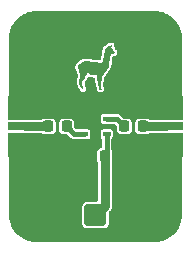
<source format=gbr>
%TF.GenerationSoftware,KiCad,Pcbnew,6.0.1-79c1e3a40b~116~ubuntu20.04.1*%
%TF.CreationDate,2022-02-01T21:07:10+01:00*%
%TF.ProjectId,amplifier,616d706c-6966-4696-9572-2e6b69636164,rev?*%
%TF.SameCoordinates,Original*%
%TF.FileFunction,Copper,L1,Top*%
%TF.FilePolarity,Positive*%
%FSLAX46Y46*%
G04 Gerber Fmt 4.6, Leading zero omitted, Abs format (unit mm)*
G04 Created by KiCad (PCBNEW 6.0.1-79c1e3a40b~116~ubuntu20.04.1) date 2022-02-01 21:07:10*
%MOMM*%
%LPD*%
G01*
G04 APERTURE LIST*
G04 Aperture macros list*
%AMRoundRect*
0 Rectangle with rounded corners*
0 $1 Rounding radius*
0 $2 $3 $4 $5 $6 $7 $8 $9 X,Y pos of 4 corners*
0 Add a 4 corners polygon primitive as box body*
4,1,4,$2,$3,$4,$5,$6,$7,$8,$9,$2,$3,0*
0 Add four circle primitives for the rounded corners*
1,1,$1+$1,$2,$3*
1,1,$1+$1,$4,$5*
1,1,$1+$1,$6,$7*
1,1,$1+$1,$8,$9*
0 Add four rect primitives between the rounded corners*
20,1,$1+$1,$2,$3,$4,$5,0*
20,1,$1+$1,$4,$5,$6,$7,0*
20,1,$1+$1,$6,$7,$8,$9,0*
20,1,$1+$1,$8,$9,$2,$3,0*%
G04 Aperture macros list end*
%TA.AperFunction,ComponentPad*%
%ADD10C,3.400000*%
%TD*%
%TA.AperFunction,ComponentPad*%
%ADD11RoundRect,0.250000X-0.675000X-0.675000X0.675000X-0.675000X0.675000X0.675000X-0.675000X0.675000X0*%
%TD*%
%TA.AperFunction,SMDPad,CuDef*%
%ADD12R,3.000000X0.800000*%
%TD*%
%TA.AperFunction,ComponentPad*%
%ADD13C,0.800000*%
%TD*%
%TA.AperFunction,SMDPad,CuDef*%
%ADD14R,3.000000X2.000000*%
%TD*%
%TA.AperFunction,SMDPad,CuDef*%
%ADD15RoundRect,0.225000X-0.225000X-0.250000X0.225000X-0.250000X0.225000X0.250000X-0.225000X0.250000X0*%
%TD*%
%TA.AperFunction,SMDPad,CuDef*%
%ADD16R,0.650000X0.400000*%
%TD*%
%TA.AperFunction,ViaPad*%
%ADD17C,0.800000*%
%TD*%
%TA.AperFunction,Conductor*%
%ADD18C,0.800000*%
%TD*%
%TA.AperFunction,Conductor*%
%ADD19C,0.406400*%
%TD*%
G04 APERTURE END LIST*
%TO.C,G\u002A\u002A\u002A*%
G36*
X131365544Y-75592244D02*
G01*
X131377200Y-75598424D01*
X131381886Y-75611340D01*
X131379764Y-75633135D01*
X131370999Y-75665948D01*
X131355976Y-75711284D01*
X131342870Y-75748642D01*
X131331515Y-75779980D01*
X131323074Y-75802167D01*
X131318706Y-75812071D01*
X131318574Y-75812232D01*
X131323095Y-75818016D01*
X131338618Y-75829524D01*
X131361793Y-75844273D01*
X131362013Y-75844405D01*
X131412317Y-75879347D01*
X131450574Y-75915963D01*
X131476019Y-75952852D01*
X131487887Y-75988613D01*
X131485414Y-76021846D01*
X131472176Y-76046193D01*
X131456556Y-76065483D01*
X131501800Y-76092738D01*
X131533940Y-76113585D01*
X131567145Y-76137396D01*
X131584228Y-76150819D01*
X131605068Y-76168958D01*
X131615533Y-76182303D01*
X131618305Y-76196199D01*
X131616266Y-76214709D01*
X131612246Y-76246502D01*
X131609486Y-76278734D01*
X131609383Y-76280576D01*
X131605106Y-76305648D01*
X131594107Y-76319769D01*
X131589577Y-76322403D01*
X131570963Y-76335602D01*
X131555182Y-76351589D01*
X131547134Y-76360216D01*
X131537331Y-76366164D01*
X131522522Y-76370119D01*
X131499454Y-76372769D01*
X131464875Y-76374800D01*
X131440167Y-76375887D01*
X131392449Y-76378767D01*
X131356528Y-76382805D01*
X131334295Y-76387752D01*
X131328909Y-76390484D01*
X131319290Y-76405279D01*
X131312049Y-76427971D01*
X131311347Y-76431811D01*
X131305460Y-76452674D01*
X131293795Y-76483122D01*
X131278352Y-76518153D01*
X131269223Y-76537065D01*
X131255489Y-76565471D01*
X131244790Y-76590642D01*
X131236148Y-76616128D01*
X131228586Y-76645482D01*
X131221127Y-76682255D01*
X131212793Y-76729997D01*
X131207806Y-76760234D01*
X131198694Y-76820490D01*
X131189817Y-76887081D01*
X131181970Y-76953494D01*
X131175950Y-77013221D01*
X131173978Y-77037130D01*
X131162594Y-77156736D01*
X131147094Y-77262787D01*
X131127027Y-77357846D01*
X131102263Y-77443502D01*
X131079137Y-77505703D01*
X131052868Y-77559947D01*
X131020650Y-77610790D01*
X130979679Y-77662789D01*
X130940362Y-77706526D01*
X130861723Y-77800175D01*
X130794916Y-77901238D01*
X130744970Y-77996868D01*
X130722431Y-78042234D01*
X130702134Y-78076206D01*
X130681229Y-78103116D01*
X130662678Y-78121982D01*
X130640544Y-78141589D01*
X130622499Y-78155663D01*
X130612355Y-78161238D01*
X130612216Y-78161243D01*
X130602662Y-78166466D01*
X130593439Y-78182902D01*
X130584218Y-78211702D01*
X130574674Y-78254017D01*
X130564478Y-78310996D01*
X130558071Y-78351652D01*
X130546259Y-78426052D01*
X130534874Y-78489140D01*
X130522744Y-78546061D01*
X130508697Y-78601957D01*
X130491560Y-78661972D01*
X130475240Y-78715123D01*
X130458855Y-78770807D01*
X130447877Y-78818553D01*
X130442067Y-78862812D01*
X130441186Y-78908036D01*
X130444995Y-78958677D01*
X130453256Y-79019186D01*
X130457507Y-79045656D01*
X130465415Y-79094853D01*
X130472801Y-79143072D01*
X130478996Y-79185791D01*
X130483332Y-79218488D01*
X130484370Y-79227497D01*
X130490235Y-79263495D01*
X130501013Y-79293223D01*
X130519919Y-79325273D01*
X130522254Y-79328750D01*
X130554407Y-79376277D01*
X130312777Y-79376277D01*
X130318362Y-79349414D01*
X130325280Y-79325610D01*
X130333619Y-79307335D01*
X130337507Y-79296501D01*
X130335605Y-79281774D01*
X130326976Y-79259271D01*
X130316792Y-79237551D01*
X130300791Y-79201005D01*
X130287168Y-79161139D01*
X130275038Y-79114596D01*
X130263518Y-79058019D01*
X130252639Y-78993846D01*
X130244579Y-78952154D01*
X130232686Y-78901866D01*
X130218701Y-78849952D01*
X130207200Y-78812004D01*
X130191467Y-78761740D01*
X130179318Y-78718325D01*
X130170017Y-78677658D01*
X130162825Y-78635634D01*
X130157007Y-78588151D01*
X130151823Y-78531107D01*
X130148201Y-78483599D01*
X130143982Y-78401088D01*
X130143341Y-78322108D01*
X130146200Y-78250621D01*
X130152482Y-78190593D01*
X130154094Y-78180594D01*
X130158602Y-78154484D01*
X130010448Y-78159061D01*
X129913824Y-78160277D01*
X129829760Y-78157272D01*
X129754747Y-78149713D01*
X129685277Y-78137266D01*
X129628328Y-78122699D01*
X129543169Y-78091612D01*
X129471718Y-78051582D01*
X129413623Y-78002360D01*
X129368532Y-77943697D01*
X129363651Y-77935442D01*
X129340832Y-77895616D01*
X129335019Y-77918777D01*
X129319132Y-77964518D01*
X129294542Y-78014987D01*
X129264797Y-78063809D01*
X129233443Y-78104610D01*
X129228787Y-78109680D01*
X129201589Y-78139298D01*
X129183345Y-78162720D01*
X129171217Y-78185334D01*
X129162365Y-78212527D01*
X129153951Y-78249687D01*
X129153263Y-78253002D01*
X129137943Y-78311103D01*
X129116207Y-78364177D01*
X129086077Y-78415631D01*
X129045576Y-78468871D01*
X128995813Y-78524078D01*
X128960693Y-78561496D01*
X128935450Y-78590275D01*
X128918018Y-78613208D01*
X128906330Y-78633084D01*
X128898322Y-78652696D01*
X128896567Y-78658166D01*
X128885475Y-78708072D01*
X128878975Y-78766808D01*
X128877504Y-78827199D01*
X128881502Y-78882075D01*
X128882475Y-78888610D01*
X128897658Y-78981512D01*
X128911099Y-79059145D01*
X128923062Y-79122653D01*
X128933809Y-79173175D01*
X128943606Y-79211854D01*
X128952714Y-79239831D01*
X128961399Y-79258247D01*
X128969923Y-79268244D01*
X128970197Y-79268438D01*
X128994592Y-79288650D01*
X129016610Y-79312354D01*
X129031738Y-79334380D01*
X129035269Y-79342996D01*
X129036352Y-79350604D01*
X129032906Y-79355474D01*
X129022092Y-79358215D01*
X129001072Y-79359434D01*
X128967005Y-79359741D01*
X128957145Y-79359746D01*
X128874641Y-79359746D01*
X128876542Y-79337016D01*
X128874878Y-79322448D01*
X128866057Y-79305857D01*
X128848002Y-79284056D01*
X128829456Y-79264692D01*
X128795210Y-79225437D01*
X128764043Y-79179405D01*
X128734775Y-79124316D01*
X128706224Y-79057890D01*
X128677212Y-78977846D01*
X128670381Y-78957365D01*
X128642536Y-78868064D01*
X128622317Y-78790677D01*
X128609764Y-78722429D01*
X128604917Y-78660548D01*
X128607816Y-78602259D01*
X128618501Y-78544788D01*
X128637012Y-78485362D01*
X128663389Y-78421207D01*
X128678555Y-78388545D01*
X128690808Y-78361918D01*
X128698757Y-78340317D01*
X128703306Y-78318802D01*
X128705357Y-78292432D01*
X128705816Y-78256267D01*
X128705764Y-78239766D01*
X128699441Y-78150868D01*
X128681380Y-78051390D01*
X128651769Y-77942199D01*
X128623942Y-77859551D01*
X128609443Y-77816208D01*
X128595830Y-77769878D01*
X128585225Y-77728003D01*
X128581916Y-77712152D01*
X128571761Y-77666667D01*
X128560748Y-77632160D01*
X128549592Y-77609735D01*
X128539007Y-77600498D01*
X128529706Y-77605555D01*
X128523420Y-77621615D01*
X128519604Y-77634916D01*
X128516090Y-77636134D01*
X128510559Y-77623900D01*
X128505943Y-77611283D01*
X128497227Y-77572663D01*
X128494037Y-77524668D01*
X128496218Y-77473447D01*
X128503616Y-77425150D01*
X128511312Y-77397775D01*
X128549116Y-77315483D01*
X128601086Y-77240381D01*
X128666241Y-77173047D01*
X128743598Y-77114058D01*
X128832172Y-77063990D01*
X128930981Y-77023420D01*
X129039042Y-76992926D01*
X129155371Y-76973084D01*
X129247836Y-76965523D01*
X129318051Y-76963893D01*
X129385299Y-76965941D01*
X129453510Y-76972101D01*
X129526612Y-76982808D01*
X129608536Y-76998500D01*
X129673422Y-77012726D01*
X129750287Y-77029952D01*
X129814094Y-77043434D01*
X129867788Y-77053576D01*
X129914314Y-77060783D01*
X129956617Y-77065460D01*
X129997639Y-77068014D01*
X130040327Y-77068848D01*
X130078890Y-77068530D01*
X130123771Y-77068003D01*
X130159184Y-77068541D01*
X130189825Y-77070722D01*
X130220386Y-77075124D01*
X130255563Y-77082323D01*
X130300047Y-77092896D01*
X130322830Y-77098531D01*
X130380435Y-77112234D01*
X130424954Y-77121008D01*
X130459082Y-77124842D01*
X130485515Y-77123726D01*
X130506948Y-77117652D01*
X130526077Y-77106608D01*
X130537379Y-77097753D01*
X130554221Y-77081406D01*
X130568494Y-77061774D01*
X130581226Y-77036348D01*
X130593444Y-77002620D01*
X130606174Y-76958080D01*
X130620443Y-76900220D01*
X130623375Y-76887675D01*
X130637420Y-76830325D01*
X130654345Y-76765969D01*
X130672135Y-76702029D01*
X130688775Y-76645926D01*
X130690649Y-76639913D01*
X130703068Y-76599437D01*
X130712926Y-76564388D01*
X130720863Y-76531313D01*
X130727519Y-76496756D01*
X130733533Y-76457262D01*
X130739543Y-76409376D01*
X130746190Y-76349642D01*
X130748679Y-76326293D01*
X130757555Y-76244599D01*
X130765453Y-76177341D01*
X130772752Y-76122481D01*
X130779829Y-76077981D01*
X130787065Y-76041803D01*
X130794836Y-76011908D01*
X130803523Y-75986257D01*
X130813503Y-75962812D01*
X130817857Y-75953765D01*
X130834446Y-75922413D01*
X130851334Y-75896688D01*
X130871381Y-75873673D01*
X130897441Y-75850445D01*
X130932371Y-75824086D01*
X130971201Y-75797016D01*
X131010940Y-75768257D01*
X131052260Y-75735733D01*
X131089361Y-75704128D01*
X131109332Y-75685443D01*
X131134436Y-75661934D01*
X131156069Y-75644226D01*
X131171122Y-75634743D01*
X131175456Y-75633908D01*
X131186312Y-75645600D01*
X131187602Y-75669583D01*
X131179341Y-75704675D01*
X131174286Y-75719124D01*
X131165102Y-75744552D01*
X131158892Y-75763435D01*
X131157175Y-75770464D01*
X131162238Y-75768932D01*
X131175795Y-75757516D01*
X131195394Y-75738720D01*
X131218586Y-75715050D01*
X131242921Y-75689012D01*
X131265948Y-75663111D01*
X131285219Y-75639852D01*
X131286520Y-75638187D01*
X131308272Y-75611997D01*
X131324819Y-75597237D01*
X131339561Y-75591226D01*
X131346754Y-75590660D01*
X131365544Y-75592244D01*
G37*
%TD*%
D10*
%TO.P,H1,1,1*%
%TO.N,GND*%
X125000000Y-90000000D03*
%TD*%
D11*
%TO.P,J2,1,Pin_1*%
%TO.N,Net-(C1-Pad2)*%
X130000000Y-90000000D03*
%TD*%
D12*
%TO.P,J3,1,Pin_1*%
%TO.N,Net-(C3-Pad2)*%
X136000000Y-82500000D03*
D13*
%TO.P,J3,2,Pin_2*%
%TO.N,GND*%
X135500000Y-84000000D03*
X137000000Y-81500000D03*
X136500000Y-84000000D03*
X136000000Y-83500000D03*
X135000000Y-81500000D03*
X136500000Y-81000000D03*
D14*
X136000000Y-84100000D03*
D13*
X137000000Y-83500000D03*
X136000000Y-81500000D03*
X135500000Y-81000000D03*
D14*
X136000000Y-80900000D03*
D13*
X135000000Y-83500000D03*
%TD*%
D12*
%TO.P,J1,1,Pin_1*%
%TO.N,Net-(C2-Pad1)*%
X124000000Y-82500000D03*
D13*
%TO.P,J1,2,Pin_2*%
%TO.N,GND*%
X123000000Y-81500000D03*
X124000000Y-83500000D03*
X124500000Y-84000000D03*
X123000000Y-83500000D03*
D14*
X124000000Y-80900000D03*
X124000000Y-84100000D03*
D13*
X125000000Y-83500000D03*
X124500000Y-81000000D03*
X123500000Y-81000000D03*
X123500000Y-84000000D03*
X124000000Y-81500000D03*
X125000000Y-81500000D03*
%TD*%
D10*
%TO.P,H3,1,1*%
%TO.N,GND*%
X135000000Y-75000000D03*
%TD*%
D15*
%TO.P,C3,1*%
%TO.N,Net-(C3-Pad1)*%
X132450000Y-82500000D03*
%TO.P,C3,2*%
%TO.N,Net-(C3-Pad2)*%
X134000000Y-82500000D03*
%TD*%
D16*
%TO.P,U1,1,Vcc*%
%TO.N,Net-(C1-Pad2)*%
X130950000Y-83150000D03*
%TO.P,U1,2,G*%
%TO.N,GND*%
X130950000Y-82500000D03*
%TO.P,U1,3*%
%TO.N,Net-(C3-Pad1)*%
X130950000Y-81850000D03*
%TO.P,U1,4,G*%
%TO.N,GND*%
X129050000Y-81850000D03*
%TO.P,U1,5,G*%
X129050000Y-82500000D03*
%TO.P,U1,6*%
%TO.N,Net-(C2-Pad2)*%
X129050000Y-83150000D03*
%TD*%
D10*
%TO.P,H4,1,1*%
%TO.N,GND*%
X135000000Y-90000000D03*
%TD*%
D15*
%TO.P,C1,1*%
%TO.N,GND*%
X129225000Y-85000000D03*
%TO.P,C1,2*%
%TO.N,Net-(C1-Pad2)*%
X130775000Y-85000000D03*
%TD*%
%TO.P,C2,1*%
%TO.N,Net-(C2-Pad1)*%
X126000000Y-82500000D03*
%TO.P,C2,2*%
%TO.N,Net-(C2-Pad2)*%
X127550000Y-82500000D03*
%TD*%
D10*
%TO.P,H2,1,1*%
%TO.N,GND*%
X125000000Y-75000000D03*
%TD*%
D17*
%TO.N,GND*%
X130000000Y-75000000D03*
X134500000Y-81000000D03*
X128500000Y-84000000D03*
X127500000Y-75000000D03*
X132500000Y-90000000D03*
X126500000Y-81000000D03*
X127500000Y-77500000D03*
X130000000Y-83500000D03*
X132500000Y-84000000D03*
X125000000Y-85000000D03*
X133500000Y-81000000D03*
X127500000Y-81000000D03*
X135000000Y-77500000D03*
X130000000Y-80000000D03*
X131862650Y-83496559D03*
X132500000Y-85000000D03*
X135000000Y-80000000D03*
X125500000Y-81000000D03*
X125000000Y-80000000D03*
X127500000Y-85000000D03*
X132500000Y-87500000D03*
X128500000Y-81000000D03*
X129500000Y-84000000D03*
X127500000Y-84000000D03*
X135000000Y-87500000D03*
X125000000Y-77500000D03*
X132500000Y-77500000D03*
X129500000Y-81000000D03*
X132500000Y-81000000D03*
X132500000Y-80000000D03*
X127500000Y-87500000D03*
X127500000Y-90000000D03*
X130000000Y-81500000D03*
X130000000Y-82500000D03*
X131500000Y-81000000D03*
X133500000Y-84000000D03*
X132500000Y-75000000D03*
X135000000Y-85000000D03*
X127500000Y-80000000D03*
X130500000Y-81000000D03*
X134500000Y-84000000D03*
X126500000Y-84000000D03*
X125500000Y-84000000D03*
X125000000Y-87500000D03*
%TD*%
D18*
%TO.N,Net-(C1-Pad2)*%
X130000000Y-90000000D02*
X130775000Y-89225000D01*
X130775000Y-89225000D02*
X130775000Y-85000000D01*
D19*
X130950000Y-84825000D02*
X130775000Y-85000000D01*
X130950000Y-83150000D02*
X130950000Y-84825000D01*
D18*
%TO.N,Net-(C2-Pad1)*%
X124000000Y-82500000D02*
X126000000Y-82500000D01*
D19*
%TO.N,Net-(C2-Pad2)*%
X128200000Y-83150000D02*
X127550000Y-82500000D01*
X129050000Y-83150000D02*
X128200000Y-83150000D01*
%TO.N,Net-(C3-Pad1)*%
X131800000Y-81850000D02*
X132450000Y-82500000D01*
X130950000Y-81850000D02*
X131800000Y-81850000D01*
D18*
%TO.N,Net-(C3-Pad2)*%
X136000000Y-82500000D02*
X134000000Y-82500000D01*
%TD*%
%TA.AperFunction,Conductor*%
%TO.N,GND*%
G36*
X134988227Y-72702518D02*
G01*
X134999642Y-72705143D01*
X135010517Y-72702682D01*
X135021663Y-72702702D01*
X135021663Y-72702737D01*
X135031724Y-72701919D01*
X135271264Y-72716409D01*
X135283116Y-72717848D01*
X135544542Y-72765756D01*
X135556135Y-72768613D01*
X135761078Y-72832476D01*
X135809872Y-72847681D01*
X135821050Y-72851920D01*
X136063406Y-72960995D01*
X136073991Y-72966551D01*
X136301422Y-73104038D01*
X136311261Y-73110829D01*
X136520463Y-73274728D01*
X136529412Y-73282655D01*
X136717345Y-73470588D01*
X136725272Y-73479537D01*
X136889171Y-73688739D01*
X136895962Y-73698578D01*
X137033449Y-73926009D01*
X137039005Y-73936594D01*
X137148080Y-74178950D01*
X137152319Y-74190128D01*
X137231385Y-74443857D01*
X137234244Y-74455458D01*
X137282152Y-74716884D01*
X137283591Y-74728734D01*
X137283592Y-74728743D01*
X137298050Y-74967755D01*
X137297230Y-74977627D01*
X137297375Y-74977627D01*
X137297355Y-74988778D01*
X137294857Y-74999642D01*
X137297317Y-75010514D01*
X137297317Y-75010516D01*
X137297559Y-75011583D01*
X137300000Y-75033432D01*
X137300000Y-81800500D01*
X137281093Y-81858691D01*
X137231593Y-81894655D01*
X137201000Y-81899500D01*
X134498118Y-81899500D01*
X134453173Y-81888710D01*
X134365066Y-81843817D01*
X134365065Y-81843817D01*
X134358126Y-81840281D01*
X134350432Y-81839062D01*
X134350431Y-81839062D01*
X134262334Y-81825109D01*
X134262332Y-81825109D01*
X134258488Y-81824500D01*
X133741512Y-81824500D01*
X133737668Y-81825109D01*
X133737666Y-81825109D01*
X133649569Y-81839062D01*
X133649568Y-81839062D01*
X133641874Y-81840281D01*
X133634935Y-81843817D01*
X133634934Y-81843817D01*
X133528719Y-81897936D01*
X133528717Y-81897937D01*
X133521780Y-81901472D01*
X133426472Y-81996780D01*
X133422937Y-82003717D01*
X133422936Y-82003719D01*
X133385222Y-82077738D01*
X133365281Y-82116874D01*
X133364062Y-82124568D01*
X133364062Y-82124569D01*
X133352978Y-82194552D01*
X133349500Y-82216512D01*
X133349500Y-82783488D01*
X133350109Y-82787332D01*
X133350109Y-82787334D01*
X133354263Y-82813558D01*
X133365281Y-82883126D01*
X133368817Y-82890065D01*
X133368817Y-82890066D01*
X133386866Y-82925488D01*
X133426472Y-83003220D01*
X133521780Y-83098528D01*
X133528717Y-83102063D01*
X133528719Y-83102064D01*
X133562757Y-83119407D01*
X133641874Y-83159719D01*
X133649568Y-83160938D01*
X133649569Y-83160938D01*
X133737666Y-83174891D01*
X133737668Y-83174891D01*
X133741512Y-83175500D01*
X134258488Y-83175500D01*
X134262332Y-83174891D01*
X134262334Y-83174891D01*
X134350431Y-83160938D01*
X134350432Y-83160938D01*
X134358126Y-83159719D01*
X134453174Y-83111290D01*
X134498118Y-83100500D01*
X137201000Y-83100500D01*
X137259191Y-83119407D01*
X137295155Y-83168907D01*
X137300000Y-83199500D01*
X137300000Y-89966040D01*
X137297482Y-89988227D01*
X137294857Y-89999642D01*
X137297318Y-90010517D01*
X137297298Y-90021663D01*
X137297263Y-90021663D01*
X137298081Y-90031726D01*
X137283592Y-90271257D01*
X137282152Y-90283116D01*
X137278549Y-90302780D01*
X137234246Y-90544535D01*
X137231385Y-90556143D01*
X137152319Y-90809872D01*
X137148080Y-90821050D01*
X137039005Y-91063406D01*
X137033449Y-91073991D01*
X136895962Y-91301422D01*
X136889171Y-91311261D01*
X136725272Y-91520463D01*
X136717345Y-91529412D01*
X136529412Y-91717345D01*
X136520463Y-91725272D01*
X136311261Y-91889171D01*
X136301422Y-91895962D01*
X136073991Y-92033449D01*
X136063406Y-92039005D01*
X135821050Y-92148080D01*
X135809872Y-92152319D01*
X135556135Y-92231387D01*
X135544542Y-92234244D01*
X135283116Y-92282152D01*
X135271266Y-92283591D01*
X135032243Y-92298050D01*
X135022373Y-92297230D01*
X135022373Y-92297375D01*
X135011222Y-92297355D01*
X135000358Y-92294857D01*
X134989486Y-92297317D01*
X134989484Y-92297317D01*
X134988417Y-92297559D01*
X134966568Y-92300000D01*
X125033960Y-92300000D01*
X125011773Y-92297482D01*
X125000358Y-92294857D01*
X124989483Y-92297318D01*
X124978337Y-92297298D01*
X124978337Y-92297263D01*
X124968276Y-92298081D01*
X124728736Y-92283591D01*
X124716884Y-92282152D01*
X124455458Y-92234244D01*
X124443865Y-92231387D01*
X124190128Y-92152319D01*
X124178950Y-92148080D01*
X123936594Y-92039005D01*
X123926009Y-92033449D01*
X123698578Y-91895962D01*
X123688739Y-91889171D01*
X123479537Y-91725272D01*
X123470588Y-91717345D01*
X123282655Y-91529412D01*
X123274728Y-91520463D01*
X123110829Y-91311261D01*
X123104038Y-91301422D01*
X122966551Y-91073991D01*
X122960995Y-91063406D01*
X122851920Y-90821050D01*
X122847681Y-90809872D01*
X122822428Y-90728834D01*
X128874500Y-90728834D01*
X128877481Y-90760369D01*
X128922366Y-90888184D01*
X129002850Y-90997150D01*
X129111816Y-91077634D01*
X129239631Y-91122519D01*
X129245638Y-91123087D01*
X129245639Y-91123087D01*
X129268855Y-91125282D01*
X129268865Y-91125282D01*
X129271166Y-91125500D01*
X130728834Y-91125500D01*
X130731135Y-91125282D01*
X130731145Y-91125282D01*
X130754361Y-91123087D01*
X130754362Y-91123087D01*
X130760369Y-91122519D01*
X130888184Y-91077634D01*
X130997150Y-90997150D01*
X131077634Y-90888184D01*
X131122519Y-90760369D01*
X131125500Y-90728834D01*
X131125500Y-89764743D01*
X131144407Y-89706552D01*
X131154496Y-89694739D01*
X131167199Y-89682036D01*
X131176936Y-89673498D01*
X131198129Y-89657236D01*
X131203282Y-89653282D01*
X131299536Y-89527841D01*
X131360044Y-89381762D01*
X131360392Y-89379119D01*
X131380683Y-89225000D01*
X131376347Y-89192066D01*
X131375500Y-89179143D01*
X131375500Y-85474053D01*
X131386290Y-85429108D01*
X131406183Y-85390066D01*
X131409719Y-85383126D01*
X131425500Y-85283488D01*
X131425500Y-84716512D01*
X131409719Y-84616874D01*
X131364490Y-84528107D01*
X131353700Y-84483162D01*
X131353700Y-83591470D01*
X131372607Y-83533279D01*
X131397697Y-83509156D01*
X131411441Y-83499972D01*
X131411442Y-83499971D01*
X131419552Y-83494552D01*
X131463867Y-83428231D01*
X131475500Y-83369748D01*
X131475500Y-82930252D01*
X131463867Y-82871769D01*
X131419552Y-82805448D01*
X131353231Y-82761133D01*
X131343668Y-82759231D01*
X131343666Y-82759230D01*
X131320995Y-82754721D01*
X131294748Y-82749500D01*
X131009765Y-82749500D01*
X130994278Y-82748281D01*
X130957696Y-82742487D01*
X130950000Y-82741268D01*
X130942304Y-82742487D01*
X130905722Y-82748281D01*
X130890235Y-82749500D01*
X130605252Y-82749500D01*
X130579005Y-82754721D01*
X130556334Y-82759230D01*
X130556332Y-82759231D01*
X130546769Y-82761133D01*
X130480448Y-82805448D01*
X130436133Y-82871769D01*
X130424500Y-82930252D01*
X130424500Y-83369748D01*
X130436133Y-83428231D01*
X130480448Y-83494552D01*
X130488558Y-83499971D01*
X130488559Y-83499972D01*
X130502303Y-83509156D01*
X130540182Y-83557206D01*
X130546300Y-83591470D01*
X130546300Y-84235228D01*
X130527393Y-84293419D01*
X130477893Y-84329383D01*
X130462787Y-84333009D01*
X130424569Y-84339062D01*
X130424568Y-84339062D01*
X130416874Y-84340281D01*
X130409935Y-84343817D01*
X130409934Y-84343817D01*
X130303719Y-84397936D01*
X130303717Y-84397937D01*
X130296780Y-84401472D01*
X130201472Y-84496780D01*
X130197937Y-84503717D01*
X130197936Y-84503719D01*
X130185510Y-84528107D01*
X130140281Y-84616874D01*
X130124500Y-84716512D01*
X130124500Y-85283488D01*
X130140281Y-85383126D01*
X130143817Y-85390066D01*
X130163710Y-85429108D01*
X130174500Y-85474053D01*
X130174500Y-88775500D01*
X130155593Y-88833691D01*
X130106093Y-88869655D01*
X130075500Y-88874500D01*
X129271166Y-88874500D01*
X129268865Y-88874718D01*
X129268855Y-88874718D01*
X129245639Y-88876913D01*
X129245638Y-88876913D01*
X129239631Y-88877481D01*
X129111816Y-88922366D01*
X129002850Y-89002850D01*
X128922366Y-89111816D01*
X128877481Y-89239631D01*
X128874500Y-89271166D01*
X128874500Y-90728834D01*
X122822428Y-90728834D01*
X122768615Y-90556143D01*
X122765754Y-90544535D01*
X122717850Y-90283125D01*
X122717848Y-90283118D01*
X122716408Y-90271256D01*
X122701966Y-90032500D01*
X122703702Y-90011805D01*
X122703235Y-90011751D01*
X122703876Y-90006177D01*
X122705142Y-90000716D01*
X122705143Y-90000000D01*
X122702479Y-89988321D01*
X122700000Y-89966304D01*
X122700000Y-83199500D01*
X122718907Y-83141309D01*
X122768407Y-83105345D01*
X122799000Y-83100500D01*
X125501882Y-83100500D01*
X125546826Y-83111290D01*
X125641874Y-83159719D01*
X125649568Y-83160938D01*
X125649569Y-83160938D01*
X125737666Y-83174891D01*
X125737668Y-83174891D01*
X125741512Y-83175500D01*
X126258488Y-83175500D01*
X126262332Y-83174891D01*
X126262334Y-83174891D01*
X126350431Y-83160938D01*
X126350432Y-83160938D01*
X126358126Y-83159719D01*
X126437243Y-83119407D01*
X126471281Y-83102064D01*
X126471283Y-83102063D01*
X126478220Y-83098528D01*
X126573528Y-83003220D01*
X126613135Y-82925488D01*
X126631183Y-82890066D01*
X126631183Y-82890065D01*
X126634719Y-82883126D01*
X126645738Y-82813558D01*
X126649891Y-82787334D01*
X126649891Y-82787332D01*
X126650500Y-82783488D01*
X126899500Y-82783488D01*
X126900109Y-82787332D01*
X126900109Y-82787334D01*
X126904263Y-82813558D01*
X126915281Y-82883126D01*
X126918817Y-82890065D01*
X126918817Y-82890066D01*
X126936866Y-82925488D01*
X126976472Y-83003220D01*
X127071780Y-83098528D01*
X127078717Y-83102063D01*
X127078719Y-83102064D01*
X127112757Y-83119407D01*
X127191874Y-83159719D01*
X127199568Y-83160938D01*
X127199569Y-83160938D01*
X127287666Y-83174891D01*
X127287668Y-83174891D01*
X127291512Y-83175500D01*
X127613574Y-83175500D01*
X127671765Y-83194407D01*
X127683578Y-83204496D01*
X127959753Y-83480671D01*
X127981473Y-83491738D01*
X127994718Y-83499854D01*
X128014440Y-83514183D01*
X128034692Y-83520764D01*
X128037626Y-83521717D01*
X128051973Y-83527660D01*
X128066750Y-83535189D01*
X128066753Y-83535190D01*
X128073695Y-83538727D01*
X128081391Y-83539946D01*
X128097768Y-83542540D01*
X128112870Y-83546166D01*
X128128650Y-83551293D01*
X128128656Y-83551294D01*
X128136061Y-83553700D01*
X129081770Y-83553700D01*
X129085612Y-83553091D01*
X129085618Y-83553091D01*
X129094279Y-83551719D01*
X129109765Y-83550500D01*
X129394748Y-83550500D01*
X129420995Y-83545279D01*
X129443666Y-83540770D01*
X129443668Y-83540769D01*
X129453231Y-83538867D01*
X129519552Y-83494552D01*
X129563867Y-83428231D01*
X129575500Y-83369748D01*
X129575500Y-82930252D01*
X129563867Y-82871769D01*
X129519552Y-82805448D01*
X129453231Y-82761133D01*
X129443668Y-82759231D01*
X129443666Y-82759230D01*
X129420995Y-82754721D01*
X129394748Y-82749500D01*
X129109765Y-82749500D01*
X129094279Y-82748281D01*
X129085618Y-82746909D01*
X129085612Y-82746909D01*
X129081770Y-82746300D01*
X128408226Y-82746300D01*
X128350035Y-82727393D01*
X128338222Y-82717304D01*
X128229496Y-82608578D01*
X128201719Y-82554061D01*
X128200500Y-82538574D01*
X128200500Y-82216512D01*
X128197022Y-82194552D01*
X128185938Y-82124569D01*
X128185938Y-82124568D01*
X128184719Y-82116874D01*
X128164778Y-82077738D01*
X128160707Y-82069748D01*
X130424500Y-82069748D01*
X130436133Y-82128231D01*
X130480448Y-82194552D01*
X130546769Y-82238867D01*
X130556332Y-82240769D01*
X130556334Y-82240770D01*
X130579005Y-82245279D01*
X130605252Y-82250500D01*
X130890235Y-82250500D01*
X130905721Y-82251719D01*
X130914382Y-82253091D01*
X130914388Y-82253091D01*
X130918230Y-82253700D01*
X131591774Y-82253700D01*
X131649965Y-82272607D01*
X131661778Y-82282696D01*
X131770504Y-82391422D01*
X131798281Y-82445939D01*
X131799500Y-82461426D01*
X131799500Y-82783488D01*
X131800109Y-82787332D01*
X131800109Y-82787334D01*
X131804263Y-82813558D01*
X131815281Y-82883126D01*
X131818817Y-82890065D01*
X131818817Y-82890066D01*
X131836866Y-82925488D01*
X131876472Y-83003220D01*
X131971780Y-83098528D01*
X131978717Y-83102063D01*
X131978719Y-83102064D01*
X132012757Y-83119407D01*
X132091874Y-83159719D01*
X132099568Y-83160938D01*
X132099569Y-83160938D01*
X132187666Y-83174891D01*
X132187668Y-83174891D01*
X132191512Y-83175500D01*
X132708488Y-83175500D01*
X132712332Y-83174891D01*
X132712334Y-83174891D01*
X132800431Y-83160938D01*
X132800432Y-83160938D01*
X132808126Y-83159719D01*
X132887243Y-83119407D01*
X132921281Y-83102064D01*
X132921283Y-83102063D01*
X132928220Y-83098528D01*
X133023528Y-83003220D01*
X133063135Y-82925488D01*
X133081183Y-82890066D01*
X133081183Y-82890065D01*
X133084719Y-82883126D01*
X133095738Y-82813558D01*
X133099891Y-82787334D01*
X133099891Y-82787332D01*
X133100500Y-82783488D01*
X133100500Y-82216512D01*
X133097022Y-82194552D01*
X133085938Y-82124569D01*
X133085938Y-82124568D01*
X133084719Y-82116874D01*
X133064778Y-82077738D01*
X133027064Y-82003719D01*
X133027063Y-82003717D01*
X133023528Y-81996780D01*
X132928220Y-81901472D01*
X132921283Y-81897937D01*
X132921281Y-81897936D01*
X132815066Y-81843817D01*
X132815065Y-81843817D01*
X132808126Y-81840281D01*
X132800432Y-81839062D01*
X132800431Y-81839062D01*
X132712334Y-81825109D01*
X132712332Y-81825109D01*
X132708488Y-81824500D01*
X132386426Y-81824500D01*
X132328235Y-81805593D01*
X132316422Y-81795504D01*
X132040247Y-81519329D01*
X132018527Y-81508262D01*
X132005280Y-81500145D01*
X132005121Y-81500029D01*
X131985560Y-81485817D01*
X131962375Y-81478283D01*
X131948027Y-81472340D01*
X131933250Y-81464811D01*
X131933247Y-81464810D01*
X131926305Y-81461273D01*
X131918609Y-81460054D01*
X131902232Y-81457460D01*
X131887130Y-81453834D01*
X131871350Y-81448707D01*
X131871344Y-81448706D01*
X131863939Y-81446300D01*
X130918230Y-81446300D01*
X130914388Y-81446909D01*
X130914382Y-81446909D01*
X130905721Y-81448281D01*
X130890235Y-81449500D01*
X130605252Y-81449500D01*
X130583464Y-81453834D01*
X130556334Y-81459230D01*
X130556332Y-81459231D01*
X130546769Y-81461133D01*
X130480448Y-81505448D01*
X130436133Y-81571769D01*
X130424500Y-81630252D01*
X130424500Y-82069748D01*
X128160707Y-82069748D01*
X128127064Y-82003719D01*
X128127063Y-82003717D01*
X128123528Y-81996780D01*
X128028220Y-81901472D01*
X128021283Y-81897937D01*
X128021281Y-81897936D01*
X127915066Y-81843817D01*
X127915065Y-81843817D01*
X127908126Y-81840281D01*
X127900432Y-81839062D01*
X127900431Y-81839062D01*
X127812334Y-81825109D01*
X127812332Y-81825109D01*
X127808488Y-81824500D01*
X127291512Y-81824500D01*
X127287668Y-81825109D01*
X127287666Y-81825109D01*
X127199569Y-81839062D01*
X127199568Y-81839062D01*
X127191874Y-81840281D01*
X127184935Y-81843817D01*
X127184934Y-81843817D01*
X127078719Y-81897936D01*
X127078717Y-81897937D01*
X127071780Y-81901472D01*
X126976472Y-81996780D01*
X126972937Y-82003717D01*
X126972936Y-82003719D01*
X126935222Y-82077738D01*
X126915281Y-82116874D01*
X126914062Y-82124568D01*
X126914062Y-82124569D01*
X126902978Y-82194552D01*
X126899500Y-82216512D01*
X126899500Y-82783488D01*
X126650500Y-82783488D01*
X126650500Y-82216512D01*
X126647022Y-82194552D01*
X126635938Y-82124569D01*
X126635938Y-82124568D01*
X126634719Y-82116874D01*
X126614778Y-82077738D01*
X126577064Y-82003719D01*
X126577063Y-82003717D01*
X126573528Y-81996780D01*
X126478220Y-81901472D01*
X126471283Y-81897937D01*
X126471281Y-81897936D01*
X126365066Y-81843817D01*
X126365065Y-81843817D01*
X126358126Y-81840281D01*
X126350432Y-81839062D01*
X126350431Y-81839062D01*
X126262334Y-81825109D01*
X126262332Y-81825109D01*
X126258488Y-81824500D01*
X125741512Y-81824500D01*
X125737668Y-81825109D01*
X125737666Y-81825109D01*
X125649569Y-81839062D01*
X125649568Y-81839062D01*
X125641874Y-81840281D01*
X125634935Y-81843817D01*
X125634934Y-81843817D01*
X125546827Y-81888710D01*
X125501882Y-81899500D01*
X122799000Y-81899500D01*
X122740809Y-81880593D01*
X122704845Y-81831093D01*
X122700000Y-81800500D01*
X122700000Y-77515259D01*
X128292970Y-77515259D01*
X128293341Y-77520845D01*
X128293341Y-77520851D01*
X128293396Y-77521681D01*
X128293525Y-77532438D01*
X128293259Y-77538685D01*
X128294262Y-77544144D01*
X128294282Y-77544432D01*
X128295625Y-77555196D01*
X128295761Y-77557236D01*
X128296964Y-77575335D01*
X128297181Y-77582301D01*
X128297131Y-77594527D01*
X128298365Y-77599996D01*
X128298504Y-77601264D01*
X128298794Y-77602871D01*
X128299163Y-77608423D01*
X128300757Y-77613752D01*
X128302686Y-77620203D01*
X128304409Y-77626776D01*
X128307634Y-77641067D01*
X128309292Y-77650539D01*
X128309613Y-77653100D01*
X128309615Y-77653108D01*
X128310311Y-77658660D01*
X128312234Y-77663915D01*
X128312907Y-77666693D01*
X128313572Y-77668951D01*
X128314590Y-77671883D01*
X128315813Y-77677305D01*
X128318211Y-77682319D01*
X128318421Y-77682922D01*
X128318957Y-77685586D01*
X128323765Y-77696220D01*
X128326527Y-77702985D01*
X128328182Y-77707507D01*
X128330481Y-77713790D01*
X128331370Y-77715161D01*
X128333738Y-77720795D01*
X128341962Y-77744591D01*
X128349812Y-77752505D01*
X128360120Y-77762897D01*
X128368714Y-77772793D01*
X128384302Y-77793347D01*
X128382022Y-77795076D01*
X128404109Y-77830261D01*
X128404161Y-77830242D01*
X128404257Y-77830496D01*
X128405280Y-77832126D01*
X128407486Y-77840835D01*
X128409102Y-77843999D01*
X128409528Y-77845271D01*
X128411918Y-77853407D01*
X128412228Y-77854632D01*
X128412565Y-77858106D01*
X128414342Y-77863417D01*
X128414342Y-77863419D01*
X128418021Y-77874417D01*
X128419108Y-77877877D01*
X128423911Y-77894222D01*
X128425614Y-77897265D01*
X128426061Y-77898452D01*
X128427126Y-77901635D01*
X128427128Y-77901644D01*
X128427147Y-77901834D01*
X128434217Y-77922833D01*
X128441425Y-77944380D01*
X128441528Y-77944548D01*
X128441532Y-77944559D01*
X128459363Y-77997519D01*
X128461087Y-78003197D01*
X128485016Y-78091433D01*
X128486874Y-78099657D01*
X128489681Y-78115118D01*
X128499756Y-78170614D01*
X128501098Y-78181273D01*
X128501892Y-78192427D01*
X128505211Y-78239081D01*
X128505548Y-78243825D01*
X128505797Y-78250513D01*
X128505810Y-78254569D01*
X128505802Y-78256052D01*
X128505685Y-78265321D01*
X128496483Y-78305767D01*
X128490661Y-78318304D01*
X128490334Y-78319009D01*
X128489448Y-78320757D01*
X128487054Y-78324139D01*
X128484926Y-78329315D01*
X128480961Y-78338959D01*
X128479190Y-78343009D01*
X128474831Y-78352395D01*
X128474829Y-78352400D01*
X128472495Y-78357427D01*
X128471630Y-78361476D01*
X128470935Y-78363343D01*
X128459906Y-78390169D01*
X128457865Y-78394300D01*
X128455640Y-78399350D01*
X128452819Y-78404187D01*
X128451155Y-78409530D01*
X128451153Y-78409534D01*
X128449980Y-78413301D01*
X128447025Y-78421499D01*
X128443463Y-78430162D01*
X128442545Y-78435649D01*
X128441098Y-78440721D01*
X128439989Y-78445378D01*
X128433698Y-78465573D01*
X128432367Y-78469846D01*
X128428649Y-78479847D01*
X128428257Y-78480749D01*
X128428255Y-78480754D01*
X128426024Y-78485890D01*
X128425001Y-78491394D01*
X128424818Y-78491991D01*
X128422643Y-78500770D01*
X128422497Y-78501528D01*
X128420845Y-78506833D01*
X128420414Y-78512373D01*
X128420413Y-78512376D01*
X128420327Y-78513485D01*
X128418958Y-78523891D01*
X128413708Y-78552132D01*
X128411639Y-78560981D01*
X128409192Y-78569629D01*
X128408914Y-78575227D01*
X128408348Y-78578674D01*
X128408080Y-78582402D01*
X128407064Y-78587868D01*
X128407289Y-78593424D01*
X128407431Y-78596937D01*
X128407390Y-78605858D01*
X128405897Y-78635883D01*
X128404938Y-78645555D01*
X128403753Y-78653512D01*
X128404190Y-78659092D01*
X128404098Y-78661734D01*
X128404140Y-78664710D01*
X128404320Y-78667586D01*
X128404044Y-78673131D01*
X128405009Y-78678601D01*
X128405009Y-78678605D01*
X128405454Y-78681125D01*
X128406657Y-78690586D01*
X128408942Y-78719750D01*
X128408942Y-78719754D01*
X128409103Y-78729268D01*
X128409200Y-78730671D01*
X128408953Y-78736260D01*
X128409964Y-78741759D01*
X128409965Y-78741767D01*
X128410256Y-78743347D01*
X128411585Y-78753514D01*
X128411700Y-78754980D01*
X128411701Y-78754987D01*
X128412135Y-78760524D01*
X128413789Y-78765825D01*
X128414020Y-78767026D01*
X128416334Y-78776391D01*
X128421423Y-78804059D01*
X128421539Y-78804688D01*
X128422168Y-78808534D01*
X128422903Y-78813652D01*
X128423068Y-78819249D01*
X128424483Y-78824664D01*
X128426028Y-78830578D01*
X128427610Y-78837696D01*
X128429695Y-78849031D01*
X128431891Y-78854137D01*
X128433468Y-78859345D01*
X128434502Y-78863012D01*
X128444026Y-78899464D01*
X128444509Y-78901602D01*
X128444838Y-78905906D01*
X128446505Y-78911252D01*
X128449525Y-78920938D01*
X128450796Y-78925377D01*
X128454731Y-78940435D01*
X128456721Y-78944258D01*
X128457451Y-78946355D01*
X128473198Y-78996858D01*
X128473282Y-78997180D01*
X128473466Y-78999088D01*
X128479747Y-79017920D01*
X128480303Y-79019643D01*
X128481166Y-79022412D01*
X128480301Y-79022682D01*
X128481223Y-79024715D01*
X128481439Y-79024636D01*
X128483685Y-79030833D01*
X128484298Y-79032651D01*
X128484507Y-79033127D01*
X128484696Y-79033731D01*
X128484710Y-79033876D01*
X128485113Y-79035071D01*
X128486158Y-79038422D01*
X128485197Y-79038722D01*
X128485353Y-79040273D01*
X128486903Y-79039711D01*
X128487868Y-79042374D01*
X128488705Y-79044779D01*
X128492862Y-79057242D01*
X128494620Y-79062513D01*
X128495912Y-79064639D01*
X128496130Y-79065168D01*
X128511334Y-79107117D01*
X128512566Y-79110832D01*
X128513505Y-79115991D01*
X128519051Y-79128894D01*
X128521160Y-79134225D01*
X128523981Y-79142008D01*
X128525877Y-79147239D01*
X128528711Y-79151642D01*
X128530384Y-79155262D01*
X128537211Y-79171145D01*
X128539553Y-79176593D01*
X128542523Y-79183504D01*
X128543909Y-79187499D01*
X128543988Y-79187468D01*
X128546041Y-79192678D01*
X128547493Y-79198085D01*
X128550119Y-79203028D01*
X128550120Y-79203030D01*
X128552371Y-79207267D01*
X128555896Y-79214618D01*
X128557369Y-79218045D01*
X128559932Y-79224007D01*
X128563208Y-79228498D01*
X128565959Y-79233324D01*
X128565896Y-79233360D01*
X128568140Y-79236946D01*
X128576204Y-79252124D01*
X128579027Y-79257438D01*
X128583299Y-79266783D01*
X128583672Y-79267496D01*
X128585693Y-79272719D01*
X128589480Y-79278312D01*
X128594920Y-79287353D01*
X128595392Y-79288242D01*
X128595396Y-79288248D01*
X128598001Y-79293151D01*
X128601631Y-79297352D01*
X128602000Y-79297891D01*
X128608315Y-79306131D01*
X128620858Y-79324658D01*
X128626163Y-79333442D01*
X128626918Y-79334852D01*
X128626922Y-79334858D01*
X128629563Y-79339793D01*
X128633244Y-79344012D01*
X128634022Y-79345139D01*
X128638121Y-79350461D01*
X128639123Y-79351634D01*
X128642240Y-79356237D01*
X128646301Y-79360031D01*
X128647565Y-79361212D01*
X128654581Y-79368471D01*
X128657391Y-79371692D01*
X128674444Y-79405228D01*
X128674580Y-79405162D01*
X128675027Y-79406092D01*
X128675822Y-79407938D01*
X128677460Y-79411159D01*
X128679422Y-79415246D01*
X128680202Y-79418676D01*
X128681455Y-79421953D01*
X128683020Y-79432993D01*
X128696583Y-79453276D01*
X128703531Y-79465452D01*
X128714094Y-79487451D01*
X128722803Y-79494416D01*
X128724991Y-79497166D01*
X128727542Y-79499577D01*
X128733739Y-79508845D01*
X128743342Y-79514508D01*
X128743343Y-79514509D01*
X128754758Y-79521241D01*
X128766300Y-79529200D01*
X128785356Y-79544440D01*
X128796221Y-79546938D01*
X128799381Y-79548466D01*
X128802735Y-79549535D01*
X128812337Y-79555198D01*
X128836655Y-79557254D01*
X128840893Y-79557917D01*
X128840899Y-79557860D01*
X128846458Y-79558491D01*
X128851918Y-79559746D01*
X128861972Y-79559746D01*
X128870309Y-79560098D01*
X128903260Y-79562883D01*
X128910766Y-79560021D01*
X128914691Y-79559746D01*
X128934476Y-79559746D01*
X128934523Y-79559757D01*
X128934666Y-79559757D01*
X128942263Y-79559753D01*
X128945185Y-79559752D01*
X128945257Y-79559756D01*
X128946085Y-79559938D01*
X128966945Y-79559750D01*
X128967837Y-79559746D01*
X128979691Y-79559746D01*
X128979739Y-79559735D01*
X128979742Y-79559735D01*
X128985946Y-79559732D01*
X128985946Y-79560579D01*
X128988770Y-79560211D01*
X128989966Y-79560414D01*
X128995553Y-79560090D01*
X128995555Y-79560090D01*
X129000285Y-79559815D01*
X129005349Y-79559522D01*
X129010179Y-79559360D01*
X129015654Y-79559311D01*
X129020658Y-79559266D01*
X129020660Y-79559266D01*
X129025419Y-79559223D01*
X129027320Y-79558771D01*
X129033428Y-79558428D01*
X129044418Y-79560294D01*
X129055128Y-79557209D01*
X129055132Y-79557209D01*
X129083796Y-79548953D01*
X129086871Y-79548121D01*
X129098503Y-79545173D01*
X129098510Y-79545170D01*
X129103901Y-79543804D01*
X129105256Y-79543111D01*
X129111927Y-79542801D01*
X129111408Y-79541000D01*
X129132101Y-79535040D01*
X129140415Y-79527615D01*
X129145178Y-79524984D01*
X129150473Y-79521355D01*
X129154636Y-79517872D01*
X129164558Y-79512800D01*
X129171298Y-79503929D01*
X129171301Y-79503927D01*
X129172188Y-79502759D01*
X129176837Y-79497280D01*
X129185408Y-79491552D01*
X129198850Y-79468776D01*
X129205276Y-79459208D01*
X129213015Y-79449022D01*
X129219760Y-79440145D01*
X129221714Y-79430564D01*
X129224016Y-79426135D01*
X129226121Y-79422568D01*
X129231786Y-79412969D01*
X129232728Y-79401863D01*
X129233795Y-79398518D01*
X129234379Y-79395060D01*
X129238633Y-79384756D01*
X129237578Y-79366275D01*
X129237583Y-79363893D01*
X129240026Y-79355574D01*
X129236191Y-79332243D01*
X129235041Y-79321828D01*
X129234945Y-79320139D01*
X129234944Y-79320137D01*
X129234227Y-79307570D01*
X129234530Y-79303413D01*
X129233899Y-79301813D01*
X129233433Y-79293657D01*
X129227608Y-79283133D01*
X129222618Y-79272732D01*
X129221736Y-79270580D01*
X129220887Y-79268437D01*
X129209724Y-79239283D01*
X129209724Y-79239282D01*
X129205737Y-79228871D01*
X129197630Y-79221219D01*
X129194267Y-79216196D01*
X129188846Y-79209862D01*
X129188218Y-79208948D01*
X129184051Y-79202333D01*
X129181404Y-79197738D01*
X129181403Y-79197737D01*
X129178611Y-79192889D01*
X129174804Y-79188790D01*
X129173495Y-79187016D01*
X129171853Y-79185121D01*
X129168706Y-79180539D01*
X129160641Y-79173105D01*
X129155199Y-79167683D01*
X129150898Y-79163052D01*
X129144858Y-79155898D01*
X129144271Y-79155132D01*
X129126019Y-79115516D01*
X129119416Y-79084475D01*
X129118964Y-79082223D01*
X129115538Y-79064035D01*
X129108038Y-79024225D01*
X129107790Y-79022849D01*
X129107716Y-79022417D01*
X129094961Y-78948745D01*
X129094806Y-78947825D01*
X129081112Y-78864037D01*
X129080078Y-78855262D01*
X129078799Y-78837696D01*
X129078031Y-78827160D01*
X129077798Y-78817557D01*
X129078018Y-78808534D01*
X129078604Y-78784508D01*
X129079175Y-78776037D01*
X129081614Y-78753998D01*
X129105590Y-78699603D01*
X129107719Y-78697176D01*
X129109955Y-78694711D01*
X129127301Y-78676229D01*
X129127549Y-78675988D01*
X129129155Y-78674863D01*
X129142338Y-78660238D01*
X129143687Y-78658771D01*
X129149766Y-78652294D01*
X129157071Y-78644511D01*
X129158059Y-78642821D01*
X129158287Y-78642544D01*
X129179789Y-78618690D01*
X129182871Y-78615726D01*
X129182819Y-78615677D01*
X129186693Y-78611629D01*
X129190995Y-78608046D01*
X129194383Y-78603592D01*
X129194388Y-78603587D01*
X129197209Y-78599878D01*
X129202470Y-78593529D01*
X129205502Y-78590166D01*
X129205507Y-78590158D01*
X129209228Y-78586031D01*
X129211940Y-78581175D01*
X129215170Y-78576664D01*
X129215219Y-78576699D01*
X129217560Y-78573127D01*
X129235668Y-78549322D01*
X129242417Y-78541359D01*
X129243335Y-78540385D01*
X129243339Y-78540380D01*
X129247182Y-78536302D01*
X129250015Y-78531464D01*
X129250658Y-78530605D01*
X129254910Y-78524256D01*
X129255545Y-78523193D01*
X129258904Y-78518777D01*
X129261813Y-78512368D01*
X129266531Y-78503260D01*
X129282338Y-78476265D01*
X129286888Y-78469201D01*
X129292675Y-78461003D01*
X129294796Y-78455822D01*
X129296131Y-78453389D01*
X129297376Y-78450582D01*
X129300187Y-78445783D01*
X129303229Y-78436135D01*
X129306026Y-78428403D01*
X129317610Y-78400117D01*
X129321584Y-78391596D01*
X129322934Y-78389027D01*
X129325540Y-78384068D01*
X129326968Y-78378651D01*
X129328198Y-78375488D01*
X129328470Y-78374677D01*
X129329465Y-78371171D01*
X129331568Y-78366037D01*
X129332476Y-78360565D01*
X129332478Y-78360558D01*
X129332973Y-78357572D01*
X129334912Y-78348524D01*
X129335068Y-78347935D01*
X129335961Y-78344547D01*
X129369084Y-78293103D01*
X129426120Y-78270953D01*
X129464926Y-78277660D01*
X129465086Y-78277116D01*
X129469788Y-78278501D01*
X129469796Y-78278502D01*
X129470407Y-78278682D01*
X129470416Y-78278686D01*
X129477643Y-78280814D01*
X129483616Y-78282781D01*
X129494803Y-78286865D01*
X129541920Y-78304065D01*
X129549626Y-78307443D01*
X129551767Y-78308257D01*
X129556751Y-78310830D01*
X129564335Y-78312770D01*
X129573738Y-78315680D01*
X129580925Y-78318304D01*
X129586441Y-78319001D01*
X129588494Y-78319499D01*
X129596878Y-78321094D01*
X129608994Y-78324193D01*
X129614016Y-78325478D01*
X129617810Y-78326530D01*
X129622492Y-78327928D01*
X129627638Y-78330124D01*
X129633150Y-78331111D01*
X129633152Y-78331112D01*
X129639239Y-78332203D01*
X129646312Y-78333739D01*
X129652173Y-78335238D01*
X129652178Y-78335239D01*
X129657558Y-78336615D01*
X129663110Y-78336760D01*
X129668205Y-78337469D01*
X129672003Y-78338073D01*
X129697458Y-78342633D01*
X129701274Y-78343618D01*
X129701311Y-78343446D01*
X129706786Y-78344633D01*
X129712086Y-78346427D01*
X129723260Y-78347553D01*
X129730781Y-78348604D01*
X129741667Y-78350554D01*
X129747213Y-78350293D01*
X129752764Y-78350655D01*
X129752753Y-78350816D01*
X129756700Y-78350923D01*
X129777393Y-78353008D01*
X129789024Y-78354180D01*
X129793766Y-78354774D01*
X129794495Y-78354883D01*
X129799907Y-78356333D01*
X129810933Y-78356727D01*
X129812961Y-78356800D01*
X129819346Y-78357236D01*
X129832140Y-78358525D01*
X129837649Y-78357839D01*
X129838605Y-78357828D01*
X129843299Y-78357884D01*
X129850992Y-78358159D01*
X129908470Y-78379133D01*
X129942642Y-78429886D01*
X129946326Y-78452040D01*
X129946708Y-78459506D01*
X129947409Y-78473223D01*
X129947413Y-78473755D01*
X129947052Y-78476146D01*
X129948495Y-78495061D01*
X129948652Y-78497521D01*
X129949613Y-78516329D01*
X129950268Y-78518646D01*
X129950333Y-78519188D01*
X129950774Y-78524971D01*
X129950779Y-78525167D01*
X129950587Y-78526578D01*
X129950914Y-78530170D01*
X129950914Y-78530187D01*
X129952450Y-78547078D01*
X129952568Y-78548483D01*
X129954116Y-78568792D01*
X129954538Y-78570153D01*
X129954564Y-78570341D01*
X129955995Y-78586096D01*
X129956038Y-78586954D01*
X129955728Y-78589920D01*
X129956409Y-78595475D01*
X129957921Y-78607816D01*
X129958250Y-78610899D01*
X129959868Y-78628705D01*
X129960791Y-78631538D01*
X129960935Y-78632417D01*
X129961900Y-78640294D01*
X129962106Y-78642593D01*
X129961858Y-78646974D01*
X129964498Y-78662395D01*
X129965172Y-78666992D01*
X129967052Y-78682336D01*
X129968541Y-78686464D01*
X129969002Y-78688718D01*
X129969511Y-78691689D01*
X129969991Y-78695081D01*
X129969985Y-78700098D01*
X129971234Y-78705558D01*
X129971234Y-78705561D01*
X129973205Y-78714177D01*
X129974278Y-78719549D01*
X129974313Y-78719754D01*
X129976686Y-78733618D01*
X129978608Y-78738245D01*
X129979477Y-78741601D01*
X129979933Y-78743594D01*
X129980386Y-78745922D01*
X129980593Y-78750339D01*
X129982102Y-78755730D01*
X129984783Y-78765309D01*
X129985956Y-78769926D01*
X129987354Y-78776037D01*
X129989379Y-78784894D01*
X129991299Y-78788879D01*
X129992007Y-78791124D01*
X129993400Y-78796101D01*
X129993586Y-78796893D01*
X129993811Y-78799798D01*
X129995485Y-78805145D01*
X129999229Y-78817106D01*
X130000085Y-78819996D01*
X130003047Y-78830578D01*
X130004942Y-78837348D01*
X130006331Y-78839908D01*
X130006607Y-78840677D01*
X130012555Y-78859679D01*
X130015941Y-78870496D01*
X130016152Y-78871181D01*
X130025959Y-78903539D01*
X130026784Y-78906422D01*
X130038374Y-78949446D01*
X130039113Y-78952372D01*
X130048525Y-78992167D01*
X130049383Y-78996162D01*
X130055621Y-79028429D01*
X130056028Y-79030673D01*
X130062961Y-79071570D01*
X130063085Y-79072532D01*
X130063006Y-79075657D01*
X130066570Y-79093158D01*
X130067144Y-79096242D01*
X130070100Y-79113677D01*
X130071299Y-79116575D01*
X130071527Y-79117508D01*
X130075082Y-79134965D01*
X130075630Y-79138132D01*
X130075772Y-79143047D01*
X130077182Y-79148459D01*
X130077183Y-79148464D01*
X130079467Y-79157228D01*
X130080673Y-79162427D01*
X130083558Y-79176593D01*
X130085585Y-79181068D01*
X130086492Y-79184178D01*
X130087906Y-79189603D01*
X130088801Y-79193330D01*
X130089987Y-79198730D01*
X130090565Y-79204309D01*
X130094323Y-79215306D01*
X130096436Y-79222332D01*
X130099319Y-79233396D01*
X130101882Y-79238328D01*
X130103417Y-79242320D01*
X130105496Y-79249636D01*
X130105775Y-79249550D01*
X130107429Y-79254901D01*
X130108468Y-79260404D01*
X130110715Y-79265537D01*
X130112366Y-79270879D01*
X130111023Y-79271294D01*
X130115973Y-79323926D01*
X130112812Y-79330479D01*
X130112802Y-79341628D01*
X130112802Y-79341629D01*
X130112790Y-79355371D01*
X130112773Y-79355723D01*
X130112375Y-79357640D01*
X130112465Y-79362307D01*
X130112751Y-79377148D01*
X130112769Y-79379142D01*
X130112732Y-79421726D01*
X130113648Y-79423634D01*
X130113689Y-79425750D01*
X130132927Y-79463827D01*
X130133729Y-79465454D01*
X130152230Y-79503982D01*
X130153883Y-79505304D01*
X130154837Y-79507192D01*
X130162827Y-79513322D01*
X130162828Y-79513323D01*
X130188636Y-79533122D01*
X130190209Y-79534354D01*
X130207913Y-79548512D01*
X130223492Y-79560971D01*
X130225556Y-79561446D01*
X130227234Y-79562733D01*
X130237080Y-79564789D01*
X130237082Y-79564790D01*
X130268943Y-79571444D01*
X130270888Y-79571870D01*
X130284683Y-79575042D01*
X130290054Y-79576277D01*
X130292017Y-79576277D01*
X130292353Y-79576331D01*
X130305645Y-79579107D01*
X130305646Y-79579107D01*
X130316555Y-79581385D01*
X130327374Y-79578707D01*
X130329687Y-79578664D01*
X130349260Y-79576277D01*
X130508818Y-79576277D01*
X130516622Y-79576585D01*
X130527596Y-79577453D01*
X130538236Y-79580781D01*
X130561870Y-79577321D01*
X130565890Y-79577028D01*
X130565875Y-79576899D01*
X130571399Y-79576277D01*
X130576953Y-79576277D01*
X130587395Y-79573895D01*
X130595061Y-79572462D01*
X130617492Y-79569178D01*
X130628522Y-79567563D01*
X130635342Y-79562958D01*
X130643369Y-79561127D01*
X130669831Y-79540041D01*
X130676122Y-79535422D01*
X130694901Y-79522741D01*
X130694902Y-79522740D01*
X130704143Y-79516500D01*
X130708291Y-79509393D01*
X130714730Y-79504262D01*
X130729425Y-79473794D01*
X130733081Y-79466921D01*
X130750141Y-79437694D01*
X130750797Y-79429487D01*
X130754372Y-79422075D01*
X130754382Y-79410928D01*
X130754402Y-79388255D01*
X130754717Y-79380455D01*
X130756524Y-79357851D01*
X130756524Y-79357849D01*
X130757412Y-79346737D01*
X130754445Y-79339059D01*
X130754452Y-79330828D01*
X130749627Y-79320780D01*
X130749626Y-79320776D01*
X130739808Y-79300331D01*
X130736707Y-79293162D01*
X130734811Y-79288255D01*
X130732792Y-79283030D01*
X130729653Y-79278390D01*
X130727060Y-79273430D01*
X130727187Y-79273364D01*
X130725185Y-79269877D01*
X130719780Y-79258622D01*
X130714954Y-79248572D01*
X130706247Y-79241609D01*
X130701743Y-79235946D01*
X130692863Y-79214542D01*
X130688192Y-79209450D01*
X130684878Y-79195297D01*
X130680871Y-79185640D01*
X130680181Y-79179647D01*
X130680537Y-79179606D01*
X130680589Y-79179011D01*
X130680113Y-79179066D01*
X130679437Y-79173198D01*
X130679696Y-79173168D01*
X130679493Y-79172301D01*
X130679140Y-79172352D01*
X130677175Y-79158803D01*
X130677009Y-79157609D01*
X130674767Y-79140704D01*
X130674296Y-79137151D01*
X130674563Y-79137116D01*
X130674289Y-79135195D01*
X130673936Y-79135249D01*
X130670662Y-79113873D01*
X130670546Y-79113094D01*
X130668111Y-79096304D01*
X130667495Y-79092056D01*
X130667209Y-79091314D01*
X130667196Y-79091253D01*
X130666444Y-79086340D01*
X130666438Y-79086280D01*
X130666487Y-79085548D01*
X130666168Y-79083565D01*
X130666167Y-79083552D01*
X130663030Y-79064035D01*
X130662916Y-79063310D01*
X130660002Y-79044282D01*
X130660002Y-79044280D01*
X130659696Y-79042285D01*
X130659427Y-79041603D01*
X130659414Y-79041543D01*
X130656339Y-79022412D01*
X130655082Y-79014595D01*
X130651282Y-78990934D01*
X130650939Y-78988626D01*
X130644383Y-78940604D01*
X130643752Y-78934640D01*
X130643055Y-78925379D01*
X130641683Y-78907128D01*
X130641423Y-78897779D01*
X130641705Y-78883324D01*
X130642527Y-78872375D01*
X130642661Y-78871356D01*
X130644318Y-78858732D01*
X130645989Y-78849460D01*
X130651753Y-78824391D01*
X130653259Y-78818643D01*
X130666608Y-78773274D01*
X130666943Y-78772160D01*
X130676592Y-78740734D01*
X130676705Y-78740419D01*
X130677634Y-78738736D01*
X130683056Y-78719750D01*
X130683610Y-78717879D01*
X130688017Y-78703525D01*
X130688018Y-78703522D01*
X130689368Y-78699124D01*
X130689509Y-78697208D01*
X130689588Y-78696874D01*
X130695459Y-78676314D01*
X130695745Y-78675449D01*
X130697128Y-78672740D01*
X130701504Y-78655327D01*
X130702319Y-78652294D01*
X130705675Y-78640538D01*
X130705676Y-78640532D01*
X130707201Y-78635191D01*
X130707365Y-78632154D01*
X130707549Y-78631274D01*
X130711835Y-78614218D01*
X130712170Y-78613072D01*
X130713616Y-78609969D01*
X130717222Y-78593044D01*
X130718034Y-78589547D01*
X130718902Y-78586096D01*
X130722208Y-78572940D01*
X130722283Y-78569521D01*
X130722490Y-78568327D01*
X130726264Y-78550621D01*
X130726481Y-78549773D01*
X130727659Y-78547021D01*
X130730861Y-78529279D01*
X130731461Y-78526232D01*
X130732962Y-78519188D01*
X130735181Y-78508774D01*
X130735138Y-78505782D01*
X130735260Y-78504903D01*
X130739371Y-78482124D01*
X130739455Y-78481755D01*
X130740222Y-78479854D01*
X130743286Y-78460558D01*
X130743634Y-78458505D01*
X130746225Y-78444142D01*
X130747084Y-78439383D01*
X130746990Y-78437341D01*
X130747035Y-78436944D01*
X130752051Y-78405350D01*
X130752054Y-78405338D01*
X130752096Y-78405232D01*
X130754962Y-78387047D01*
X130755686Y-78382453D01*
X130755703Y-78382344D01*
X130759081Y-78361069D01*
X130759082Y-78361062D01*
X130759132Y-78360745D01*
X130759124Y-78360632D01*
X130759173Y-78360322D01*
X130761562Y-78345164D01*
X130761902Y-78343142D01*
X130762282Y-78341019D01*
X130764562Y-78328278D01*
X130791426Y-78276301D01*
X130798060Y-78269555D01*
X130803003Y-78264863D01*
X130808006Y-78260431D01*
X130808009Y-78260428D01*
X130812171Y-78256741D01*
X130814157Y-78253968D01*
X130817266Y-78251009D01*
X130820891Y-78247297D01*
X130825230Y-78243757D01*
X130828665Y-78239335D01*
X130828913Y-78239081D01*
X130835443Y-78231617D01*
X130835748Y-78231228D01*
X130839644Y-78227266D01*
X130843020Y-78221792D01*
X130849110Y-78213018D01*
X130850505Y-78211221D01*
X130857215Y-78203458D01*
X130858288Y-78202339D01*
X130858292Y-78202334D01*
X130862170Y-78198291D01*
X130865043Y-78193483D01*
X130865848Y-78192427D01*
X130869716Y-78186766D01*
X130870496Y-78185488D01*
X130873907Y-78181098D01*
X130876961Y-78174546D01*
X130881714Y-78165580D01*
X130882699Y-78163932D01*
X130884975Y-78160693D01*
X130884838Y-78160605D01*
X130887882Y-78155899D01*
X130891433Y-78151571D01*
X130896389Y-78141597D01*
X130900057Y-78134879D01*
X130902836Y-78130228D01*
X130902839Y-78130222D01*
X130905685Y-78125458D01*
X130907402Y-78120177D01*
X130909700Y-78115118D01*
X130909837Y-78115180D01*
X130911340Y-78111504D01*
X130922771Y-78088494D01*
X130923645Y-78086780D01*
X130965076Y-78007455D01*
X130970242Y-77998693D01*
X131019122Y-77924751D01*
X131025892Y-77915682D01*
X131090285Y-77838997D01*
X131092475Y-77836477D01*
X131114494Y-77811982D01*
X131117765Y-77808515D01*
X131118351Y-77807923D01*
X131122711Y-77804416D01*
X131130770Y-77794188D01*
X131134892Y-77789291D01*
X131143489Y-77779728D01*
X131146192Y-77774874D01*
X131146805Y-77774015D01*
X131149605Y-77770284D01*
X131155425Y-77762897D01*
X131166278Y-77749123D01*
X131172405Y-77742264D01*
X131173443Y-77740975D01*
X131177425Y-77737036D01*
X131181374Y-77730804D01*
X131187240Y-77722518D01*
X131188262Y-77721222D01*
X131188265Y-77721217D01*
X131191699Y-77716859D01*
X131194078Y-77711846D01*
X131194852Y-77710598D01*
X131199368Y-77702408D01*
X131212793Y-77681222D01*
X131219250Y-77672194D01*
X131219457Y-77671936D01*
X131222967Y-77667569D01*
X131225449Y-77662444D01*
X131230889Y-77652670D01*
X131230902Y-77652644D01*
X131233873Y-77647955D01*
X131235885Y-77642278D01*
X131240095Y-77632202D01*
X131250576Y-77610558D01*
X131254052Y-77604438D01*
X131255604Y-77601376D01*
X131258681Y-77596699D01*
X131261573Y-77588923D01*
X131261650Y-77588715D01*
X131265332Y-77580089D01*
X131268967Y-77572582D01*
X131270216Y-77567168D01*
X131271291Y-77564118D01*
X131273354Y-77557236D01*
X131281807Y-77534500D01*
X131283467Y-77531047D01*
X131283212Y-77530941D01*
X131285365Y-77525769D01*
X131288084Y-77520878D01*
X131289639Y-77515500D01*
X131291301Y-77509751D01*
X131293607Y-77502762D01*
X131297583Y-77492067D01*
X131298313Y-77486557D01*
X131299655Y-77481163D01*
X131299854Y-77481213D01*
X131300633Y-77477469D01*
X131312919Y-77434974D01*
X131314080Y-77431237D01*
X131315665Y-77426470D01*
X131318021Y-77421389D01*
X131320449Y-77409887D01*
X131322207Y-77402848D01*
X131323877Y-77397072D01*
X131323877Y-77397070D01*
X131325420Y-77391734D01*
X131325738Y-77386189D01*
X131326633Y-77380952D01*
X131327346Y-77377219D01*
X131338537Y-77324203D01*
X131339674Y-77319412D01*
X131341705Y-77314195D01*
X131343631Y-77301019D01*
X131344724Y-77294897D01*
X131346291Y-77287474D01*
X131346291Y-77287469D01*
X131347438Y-77282037D01*
X131347348Y-77276485D01*
X131347368Y-77276278D01*
X131347954Y-77271443D01*
X131357622Y-77205292D01*
X131358088Y-77202677D01*
X131359541Y-77198307D01*
X131360072Y-77192733D01*
X131360073Y-77192726D01*
X131360985Y-77183148D01*
X131361579Y-77178216D01*
X131363752Y-77163351D01*
X131363388Y-77158762D01*
X131363558Y-77156099D01*
X131371037Y-77077526D01*
X131371055Y-77077401D01*
X131371433Y-77076216D01*
X131373144Y-77055464D01*
X131373254Y-77054231D01*
X131374997Y-77035926D01*
X131374997Y-77035924D01*
X131375215Y-77033635D01*
X131375122Y-77032919D01*
X131375223Y-77030486D01*
X131375963Y-77023147D01*
X131380712Y-76976036D01*
X131380884Y-76974460D01*
X131388175Y-76912761D01*
X131388358Y-76911303D01*
X131393700Y-76871229D01*
X131396595Y-76849510D01*
X131396836Y-76847813D01*
X131396913Y-76847306D01*
X131405269Y-76792052D01*
X131405465Y-76790809D01*
X131405581Y-76790110D01*
X131409926Y-76763760D01*
X131410039Y-76763095D01*
X131417447Y-76720660D01*
X131417947Y-76718012D01*
X131423045Y-76692878D01*
X131424199Y-76687860D01*
X131427037Y-76676844D01*
X131429151Y-76669748D01*
X131430597Y-76665484D01*
X131433244Y-76658546D01*
X131436713Y-76650386D01*
X131438679Y-76646053D01*
X131439408Y-76644544D01*
X131439424Y-76644514D01*
X131439459Y-76644471D01*
X131447872Y-76627042D01*
X131490193Y-76582857D01*
X131518008Y-76574986D01*
X131518309Y-76574751D01*
X131520933Y-76574159D01*
X131522881Y-76573607D01*
X131522668Y-76572373D01*
X131528144Y-76571429D01*
X131533688Y-76571103D01*
X131536254Y-76570357D01*
X131539043Y-76570069D01*
X131541139Y-76569596D01*
X131548721Y-76569331D01*
X131556805Y-76570381D01*
X131591943Y-76558761D01*
X131597455Y-76557116D01*
X131602544Y-76555757D01*
X131605349Y-76555008D01*
X131605350Y-76555007D01*
X131610718Y-76553574D01*
X131612123Y-76552833D01*
X131621281Y-76551491D01*
X131632162Y-76544141D01*
X131640339Y-76538617D01*
X131649576Y-76533084D01*
X131661112Y-76527001D01*
X131670976Y-76521800D01*
X131676713Y-76514046D01*
X131677877Y-76513260D01*
X131687968Y-76502443D01*
X131697876Y-76493184D01*
X131703988Y-76488211D01*
X131707444Y-76485524D01*
X131709329Y-76484124D01*
X131714130Y-76481333D01*
X131723154Y-76472911D01*
X131723450Y-76472653D01*
X131723654Y-76472508D01*
X131723788Y-76472358D01*
X131728216Y-76468498D01*
X131733585Y-76464129D01*
X131733586Y-76464128D01*
X131737928Y-76460595D01*
X131741371Y-76456175D01*
X131742848Y-76454666D01*
X131746033Y-76451556D01*
X131763930Y-76434851D01*
X131765604Y-76430551D01*
X131772156Y-76424720D01*
X131787265Y-76388478D01*
X131788965Y-76384631D01*
X131800882Y-76359150D01*
X131805604Y-76349054D01*
X131805438Y-76334046D01*
X131806625Y-76319037D01*
X131806818Y-76318438D01*
X131806892Y-76317572D01*
X131807802Y-76314430D01*
X131808126Y-76308640D01*
X131809380Y-76297534D01*
X131809392Y-76297462D01*
X131809392Y-76297458D01*
X131810326Y-76291983D01*
X131810019Y-76286440D01*
X131810335Y-76280888D01*
X131810363Y-76280890D01*
X131810434Y-76276215D01*
X131811002Y-76269582D01*
X131811423Y-76265611D01*
X131812019Y-76260897D01*
X131812058Y-76260677D01*
X131812575Y-76259194D01*
X131813004Y-76255298D01*
X131813044Y-76255071D01*
X131816897Y-76247628D01*
X131817877Y-76214004D01*
X131818430Y-76206051D01*
X131818962Y-76201216D01*
X131818962Y-76201215D01*
X131819571Y-76195687D01*
X131818936Y-76190163D01*
X131818929Y-76187401D01*
X131818723Y-76184953D01*
X131818886Y-76179358D01*
X131817732Y-76173571D01*
X131815825Y-76153262D01*
X131815859Y-76149743D01*
X131815859Y-76149741D01*
X131815965Y-76138591D01*
X131812039Y-76130231D01*
X131811784Y-76128012D01*
X131808714Y-76123148D01*
X131804106Y-76113335D01*
X131797963Y-76100251D01*
X131797959Y-76100245D01*
X131797335Y-76098916D01*
X131794433Y-76092438D01*
X131793673Y-76088262D01*
X131790779Y-76084280D01*
X131785986Y-76073580D01*
X131783966Y-76069072D01*
X131779408Y-76058898D01*
X131770246Y-76051164D01*
X131761034Y-76041257D01*
X131760584Y-76041670D01*
X131756804Y-76037543D01*
X131753514Y-76033017D01*
X131750718Y-76030583D01*
X131748536Y-76027801D01*
X131744221Y-76024301D01*
X131744219Y-76024299D01*
X131734967Y-76016794D01*
X131732334Y-76014582D01*
X131730490Y-76012977D01*
X131728557Y-76011185D01*
X131725663Y-76007598D01*
X131721252Y-76004132D01*
X131719536Y-76002783D01*
X131718850Y-76001760D01*
X131717274Y-76000204D01*
X131717591Y-75999882D01*
X131685465Y-75951962D01*
X131685224Y-75950988D01*
X131684864Y-75947184D01*
X131683285Y-75942425D01*
X131682672Y-75939042D01*
X131680495Y-75924637D01*
X131678829Y-75913614D01*
X131672548Y-75904406D01*
X131669523Y-75896703D01*
X131667122Y-75892183D01*
X131665044Y-75886948D01*
X131663105Y-75881620D01*
X131660488Y-75873734D01*
X131660488Y-75873733D01*
X131658737Y-75868458D01*
X131656069Y-75864054D01*
X131655805Y-75863439D01*
X131655504Y-75862911D01*
X131653554Y-75857997D01*
X131645720Y-75846639D01*
X131642562Y-75841758D01*
X131623439Y-75810195D01*
X131618582Y-75807030D01*
X131617426Y-75805620D01*
X131617261Y-75805381D01*
X131615991Y-75803495D01*
X131608085Y-75791461D01*
X131608083Y-75791458D01*
X131605278Y-75787189D01*
X131603616Y-75785598D01*
X131602406Y-75783844D01*
X131598853Y-75780582D01*
X131597607Y-75779276D01*
X131594656Y-75775883D01*
X131596773Y-75774042D01*
X131572100Y-75730414D01*
X131574816Y-75686165D01*
X131573675Y-75685922D01*
X131574844Y-75680441D01*
X131576621Y-75675132D01*
X131577157Y-75669620D01*
X131577319Y-75668947D01*
X131577412Y-75668191D01*
X131578808Y-75662967D01*
X131579006Y-75657595D01*
X131582234Y-75644276D01*
X131582381Y-75642841D01*
X131585957Y-75632282D01*
X131583081Y-75608827D01*
X131583080Y-75608800D01*
X131583130Y-75608281D01*
X131580335Y-75586428D01*
X131579430Y-75579047D01*
X131579341Y-75576881D01*
X131578825Y-75574116D01*
X131578454Y-75571088D01*
X131578864Y-75560802D01*
X131576873Y-75556203D01*
X131577045Y-75554883D01*
X131577011Y-75554790D01*
X131576300Y-75554881D01*
X131575901Y-75551765D01*
X131574487Y-75540709D01*
X131568250Y-75531101D01*
X131562244Y-75519037D01*
X131561880Y-75519217D01*
X131559413Y-75514239D01*
X131557519Y-75509019D01*
X131554595Y-75504480D01*
X131552734Y-75500470D01*
X131548944Y-75491718D01*
X131542600Y-75477071D01*
X131534171Y-75469773D01*
X131530774Y-75465144D01*
X131526666Y-75461127D01*
X131520626Y-75451752D01*
X131499100Y-75438557D01*
X131495154Y-75435998D01*
X131490962Y-75432368D01*
X131487004Y-75430270D01*
X131479428Y-75424147D01*
X131478118Y-75423372D01*
X131470028Y-75415703D01*
X131459412Y-75412301D01*
X131459326Y-75412250D01*
X131452337Y-75409890D01*
X131442833Y-75404064D01*
X131431743Y-75402936D01*
X131427453Y-75401487D01*
X131423929Y-75400837D01*
X131422721Y-75400512D01*
X131422697Y-75400495D01*
X131422848Y-75399933D01*
X131421182Y-75399370D01*
X131422152Y-75396497D01*
X131419304Y-75395246D01*
X131418083Y-75399057D01*
X131404987Y-75394860D01*
X131400676Y-75394497D01*
X131398576Y-75394005D01*
X131373536Y-75387256D01*
X131362575Y-75389310D01*
X131361957Y-75389286D01*
X131352503Y-75386492D01*
X131319599Y-75391840D01*
X131311491Y-75392817D01*
X131310186Y-75392919D01*
X131306932Y-75393175D01*
X131306929Y-75393176D01*
X131301395Y-75393611D01*
X131296093Y-75395267D01*
X131290638Y-75396320D01*
X131290599Y-75396117D01*
X131284878Y-75397403D01*
X131273634Y-75398990D01*
X131272480Y-75399761D01*
X131268504Y-75399975D01*
X131258734Y-75405342D01*
X131257018Y-75405832D01*
X131250266Y-75408707D01*
X131247015Y-75410599D01*
X131236373Y-75413924D01*
X131229933Y-75419940D01*
X131229725Y-75420025D01*
X131182170Y-75428390D01*
X131182303Y-75430166D01*
X131171182Y-75430998D01*
X131160159Y-75429336D01*
X131153286Y-75431454D01*
X131148220Y-75430882D01*
X131125723Y-75438743D01*
X131121865Y-75439781D01*
X131121906Y-75439914D01*
X131116605Y-75441568D01*
X131111146Y-75442620D01*
X131106056Y-75444860D01*
X131102602Y-75446380D01*
X131091883Y-75450375D01*
X131083610Y-75452925D01*
X131072957Y-75456208D01*
X131066491Y-75462201D01*
X131065421Y-75462743D01*
X131059001Y-75465569D01*
X131059000Y-75465570D01*
X131048796Y-75470061D01*
X131041549Y-75478532D01*
X131036963Y-75481939D01*
X131034170Y-75484640D01*
X131030388Y-75487023D01*
X131026460Y-75490960D01*
X131025511Y-75491718D01*
X131017776Y-75498407D01*
X131014314Y-75500419D01*
X131004987Y-75509153D01*
X131000043Y-75513483D01*
X130990307Y-75521453D01*
X130986900Y-75525837D01*
X130985627Y-75527143D01*
X130982434Y-75530273D01*
X130973476Y-75538663D01*
X130973446Y-75538691D01*
X130957789Y-75553340D01*
X130954350Y-75556410D01*
X130926960Y-75579742D01*
X130924045Y-75582130D01*
X130891960Y-75607384D01*
X130888788Y-75609779D01*
X130856111Y-75633427D01*
X130854685Y-75634440D01*
X130834374Y-75648599D01*
X130833272Y-75649307D01*
X130830038Y-75650753D01*
X130825571Y-75654124D01*
X130816395Y-75661048D01*
X130813383Y-75663232D01*
X130804058Y-75669733D01*
X130804052Y-75669738D01*
X130799498Y-75672913D01*
X130797111Y-75675539D01*
X130796094Y-75676368D01*
X130794277Y-75677740D01*
X130790756Y-75680017D01*
X130790813Y-75680098D01*
X130786234Y-75683332D01*
X130781328Y-75686025D01*
X130773477Y-75693023D01*
X130767233Y-75698147D01*
X130763408Y-75701033D01*
X130763405Y-75701036D01*
X130758972Y-75704381D01*
X130755392Y-75708630D01*
X130751361Y-75712451D01*
X130750914Y-75711979D01*
X130741095Y-75721108D01*
X130740029Y-75721882D01*
X130740026Y-75721885D01*
X130735495Y-75725176D01*
X130731818Y-75729398D01*
X130730158Y-75730917D01*
X130727261Y-75733848D01*
X130725622Y-75735677D01*
X130721474Y-75739374D01*
X130718255Y-75743898D01*
X130718248Y-75743905D01*
X130716902Y-75745797D01*
X130710895Y-75753418D01*
X130709436Y-75755093D01*
X130703277Y-75761550D01*
X130696612Y-75767934D01*
X130693542Y-75772610D01*
X130691420Y-75775161D01*
X130689365Y-75778136D01*
X130685715Y-75782327D01*
X130683088Y-75787225D01*
X130681976Y-75789298D01*
X130674807Y-75799720D01*
X130675116Y-75799931D01*
X130671955Y-75804555D01*
X130668294Y-75808791D01*
X130665676Y-75813740D01*
X130665674Y-75813742D01*
X130664260Y-75816414D01*
X130659524Y-75824429D01*
X130654881Y-75831502D01*
X130652940Y-75836711D01*
X130650432Y-75841664D01*
X130650120Y-75841506D01*
X130647828Y-75846143D01*
X130647495Y-75846559D01*
X130645067Y-75851603D01*
X130645066Y-75851605D01*
X130641874Y-75858237D01*
X130640887Y-75860123D01*
X130638382Y-75863571D01*
X130636191Y-75868717D01*
X130636189Y-75868721D01*
X130633375Y-75874627D01*
X130633132Y-75875246D01*
X130630534Y-75880156D01*
X130629605Y-75883615D01*
X130629061Y-75884861D01*
X130625597Y-75892058D01*
X130625593Y-75892068D01*
X130623510Y-75896396D01*
X130623245Y-75897557D01*
X130621380Y-75900582D01*
X130617730Y-75911360D01*
X130615057Y-75918364D01*
X130610671Y-75928668D01*
X130609816Y-75933414D01*
X130609073Y-75935593D01*
X130606986Y-75939599D01*
X130605014Y-75947184D01*
X130603991Y-75951121D01*
X130601946Y-75957964D01*
X130598172Y-75969109D01*
X130597666Y-75974044D01*
X130596842Y-75977108D01*
X130595406Y-75980296D01*
X130592616Y-75994245D01*
X130591360Y-75999712D01*
X130587826Y-76013307D01*
X130587701Y-76017463D01*
X130586763Y-76021941D01*
X130585880Y-76024128D01*
X130584587Y-76032257D01*
X130583241Y-76040720D01*
X130582547Y-76044584D01*
X130581231Y-76051166D01*
X130579291Y-76060864D01*
X130579391Y-76064587D01*
X130579211Y-76066063D01*
X130578468Y-76070738D01*
X130578356Y-76071283D01*
X130577496Y-76073580D01*
X130575543Y-76088262D01*
X130575003Y-76092318D01*
X130574639Y-76094809D01*
X130571693Y-76113335D01*
X130571856Y-76115783D01*
X130571805Y-76116351D01*
X130570013Y-76129819D01*
X130569975Y-76130027D01*
X130569468Y-76131448D01*
X130569026Y-76135214D01*
X130567084Y-76151748D01*
X130566897Y-76153246D01*
X130564227Y-76173313D01*
X130564365Y-76174812D01*
X130564351Y-76175021D01*
X130561474Y-76199519D01*
X130561461Y-76199597D01*
X130561180Y-76200406D01*
X130560930Y-76202709D01*
X130560927Y-76202725D01*
X130558873Y-76221625D01*
X130558778Y-76222473D01*
X130556290Y-76243666D01*
X130556382Y-76244521D01*
X130556377Y-76244605D01*
X130552282Y-76282301D01*
X130552214Y-76282498D01*
X130551203Y-76291983D01*
X130549843Y-76304741D01*
X130549822Y-76304939D01*
X130548450Y-76317572D01*
X130547414Y-76327104D01*
X130547438Y-76327303D01*
X130547437Y-76327315D01*
X130547365Y-76327986D01*
X130541062Y-76384631D01*
X130540994Y-76385243D01*
X130540830Y-76386624D01*
X130535580Y-76428448D01*
X130535223Y-76431021D01*
X130530679Y-76460863D01*
X130530020Y-76464687D01*
X130525751Y-76486848D01*
X130524806Y-76491218D01*
X130519801Y-76512079D01*
X130518834Y-76515789D01*
X130511487Y-76541908D01*
X130510831Y-76544141D01*
X130504081Y-76566140D01*
X130503989Y-76566392D01*
X130503493Y-76567270D01*
X130501275Y-76574751D01*
X130497629Y-76587043D01*
X130497231Y-76588351D01*
X130491125Y-76607942D01*
X130491019Y-76609297D01*
X130490980Y-76609457D01*
X130486420Y-76624834D01*
X130486339Y-76625066D01*
X130485545Y-76626528D01*
X130484446Y-76630478D01*
X130480143Y-76645942D01*
X130479681Y-76647548D01*
X130475145Y-76662844D01*
X130475143Y-76662852D01*
X130473980Y-76666774D01*
X130473874Y-76668428D01*
X130473816Y-76668682D01*
X130467406Y-76691718D01*
X130467349Y-76691891D01*
X130466701Y-76693125D01*
X130465797Y-76696564D01*
X130465796Y-76696566D01*
X130461462Y-76713044D01*
X130461095Y-76714401D01*
X130456574Y-76730649D01*
X130456572Y-76730659D01*
X130455620Y-76734080D01*
X130455554Y-76735478D01*
X130455518Y-76735646D01*
X130449385Y-76758967D01*
X130449314Y-76759192D01*
X130448566Y-76760680D01*
X130447589Y-76764669D01*
X130447586Y-76764679D01*
X130443766Y-76780278D01*
X130443352Y-76781908D01*
X130440668Y-76792115D01*
X130438263Y-76801261D01*
X130438208Y-76802923D01*
X130438160Y-76803169D01*
X130434598Y-76817715D01*
X130402392Y-76869739D01*
X130345759Y-76892897D01*
X130318207Y-76889555D01*
X130317924Y-76890940D01*
X130300273Y-76887328D01*
X130297283Y-76886668D01*
X130279876Y-76882530D01*
X130278610Y-76882518D01*
X130275133Y-76881855D01*
X130271390Y-76880407D01*
X130265848Y-76879609D01*
X130265845Y-76879608D01*
X130257601Y-76878421D01*
X130251889Y-76877426D01*
X130238397Y-76874665D01*
X130234730Y-76874747D01*
X130231439Y-76874294D01*
X130226691Y-76872840D01*
X130221110Y-76872443D01*
X130221105Y-76872442D01*
X130214760Y-76871991D01*
X130207671Y-76871229D01*
X130201530Y-76870344D01*
X130201527Y-76870344D01*
X130196023Y-76869551D01*
X130191141Y-76869948D01*
X130188219Y-76869715D01*
X130184942Y-76868909D01*
X130179348Y-76868824D01*
X130179347Y-76868824D01*
X130175357Y-76868764D01*
X130170564Y-76868691D01*
X130165045Y-76868452D01*
X130160602Y-76868136D01*
X130156433Y-76867839D01*
X130156431Y-76867839D01*
X130150895Y-76867445D01*
X130147527Y-76867965D01*
X130144748Y-76867881D01*
X130144144Y-76867750D01*
X130130789Y-76867907D01*
X130125463Y-76867969D01*
X130122801Y-76867965D01*
X130109817Y-76867768D01*
X130109815Y-76867768D01*
X130104266Y-76867684D01*
X130101736Y-76868221D01*
X130101093Y-76868256D01*
X130094467Y-76868334D01*
X130077392Y-76868534D01*
X130077049Y-76868538D01*
X130065579Y-76868633D01*
X130042799Y-76868821D01*
X130040079Y-76868805D01*
X130027950Y-76868568D01*
X130007937Y-76868177D01*
X130003721Y-76868005D01*
X129976205Y-76866292D01*
X129971481Y-76865884D01*
X129942761Y-76862710D01*
X129938495Y-76862144D01*
X129903287Y-76856690D01*
X129900074Y-76856137D01*
X129854354Y-76847502D01*
X129852290Y-76847089D01*
X129793383Y-76834642D01*
X129792274Y-76834401D01*
X129738882Y-76822434D01*
X129738868Y-76822430D01*
X129738449Y-76822233D01*
X129737177Y-76821954D01*
X129737166Y-76821951D01*
X129716964Y-76817522D01*
X129716794Y-76817484D01*
X129695158Y-76812636D01*
X129694691Y-76812638D01*
X129694666Y-76812634D01*
X129671405Y-76807534D01*
X129670820Y-76807379D01*
X129668478Y-76806346D01*
X129650054Y-76802817D01*
X129647489Y-76802290D01*
X129629345Y-76798312D01*
X129626785Y-76798334D01*
X129626189Y-76798246D01*
X129583715Y-76790110D01*
X129581875Y-76789691D01*
X129578079Y-76788212D01*
X129562078Y-76785868D01*
X129557805Y-76785146D01*
X129552019Y-76784038D01*
X129542093Y-76782137D01*
X129538028Y-76782279D01*
X129536129Y-76782067D01*
X129502287Y-76777111D01*
X129498901Y-76776515D01*
X129494130Y-76774955D01*
X129488557Y-76774452D01*
X129488553Y-76774451D01*
X129482789Y-76773931D01*
X129479734Y-76773655D01*
X129474294Y-76773011D01*
X129472695Y-76772777D01*
X129465685Y-76771750D01*
X129465681Y-76771750D01*
X129460186Y-76770945D01*
X129455188Y-76771340D01*
X129451755Y-76771129D01*
X129430033Y-76769167D01*
X129423468Y-76768574D01*
X129419271Y-76768081D01*
X129414099Y-76766725D01*
X129402206Y-76766363D01*
X129400301Y-76766305D01*
X129394409Y-76765950D01*
X129390832Y-76765627D01*
X129380833Y-76764724D01*
X129375544Y-76765438D01*
X129371263Y-76765420D01*
X129344034Y-76764591D01*
X129340905Y-76764403D01*
X129336126Y-76763420D01*
X129328477Y-76763597D01*
X129321444Y-76763760D01*
X129316143Y-76763741D01*
X129307164Y-76763468D01*
X129307162Y-76763468D01*
X129301604Y-76763299D01*
X129296814Y-76764239D01*
X129293622Y-76764407D01*
X129263351Y-76765109D01*
X129259388Y-76765093D01*
X129254184Y-76764336D01*
X129248604Y-76764792D01*
X129248600Y-76764792D01*
X129240223Y-76765477D01*
X129234460Y-76765779D01*
X129230513Y-76765871D01*
X129220654Y-76766100D01*
X129215564Y-76767386D01*
X129211573Y-76767821D01*
X129167970Y-76771386D01*
X129159800Y-76772054D01*
X129155325Y-76772109D01*
X129155325Y-76772117D01*
X129149734Y-76772430D01*
X129144143Y-76772111D01*
X129138621Y-76773053D01*
X129134634Y-76773733D01*
X129126054Y-76774814D01*
X129116600Y-76775587D01*
X129111303Y-76777260D01*
X129105897Y-76778320D01*
X129101497Y-76779385D01*
X129096260Y-76780278D01*
X129023145Y-76792748D01*
X129013115Y-76793846D01*
X129012188Y-76793997D01*
X129006594Y-76794272D01*
X129001204Y-76795793D01*
X129001203Y-76795793D01*
X129000002Y-76796132D01*
X128989766Y-76798442D01*
X128988662Y-76798630D01*
X128988659Y-76798631D01*
X128983189Y-76799564D01*
X128978065Y-76801689D01*
X128977315Y-76801906D01*
X128967654Y-76805260D01*
X128963807Y-76806346D01*
X128892765Y-76826393D01*
X128882003Y-76828792D01*
X128881563Y-76828865D01*
X128881562Y-76828865D01*
X128876037Y-76829777D01*
X128870856Y-76831904D01*
X128870838Y-76831909D01*
X128860455Y-76835493D01*
X128860316Y-76835550D01*
X128854965Y-76837060D01*
X128850085Y-76839721D01*
X128850081Y-76839723D01*
X128849580Y-76839996D01*
X128839790Y-76844658D01*
X128770252Y-76873211D01*
X128760809Y-76876541D01*
X128759913Y-76876807D01*
X128758904Y-76877106D01*
X128758902Y-76877107D01*
X128753536Y-76878699D01*
X128748659Y-76881456D01*
X128746875Y-76882213D01*
X128742360Y-76884405D01*
X128740492Y-76885430D01*
X128735351Y-76887541D01*
X128730804Y-76890746D01*
X128730803Y-76890746D01*
X128729061Y-76891973D01*
X128720756Y-76897228D01*
X128656824Y-76933367D01*
X128648972Y-76937355D01*
X128645497Y-76938930D01*
X128640393Y-76941243D01*
X128635938Y-76944640D01*
X128633201Y-76946275D01*
X128630392Y-76948309D01*
X128625553Y-76951044D01*
X128618520Y-76957449D01*
X128611907Y-76962965D01*
X128596917Y-76974396D01*
X128554030Y-77007100D01*
X128547905Y-77011414D01*
X128538315Y-77017640D01*
X128534417Y-77021669D01*
X128533013Y-77022825D01*
X128531462Y-77024310D01*
X128527039Y-77027682D01*
X128523479Y-77031951D01*
X128523474Y-77031956D01*
X128519656Y-77036534D01*
X128514770Y-77041972D01*
X128463910Y-77094534D01*
X128459491Y-77098826D01*
X128449553Y-77107889D01*
X128446382Y-77112472D01*
X128445904Y-77112991D01*
X128445455Y-77113606D01*
X128441680Y-77117507D01*
X128434666Y-77129083D01*
X128431411Y-77134105D01*
X128389087Y-77195268D01*
X128386091Y-77199369D01*
X128380280Y-77206909D01*
X128376861Y-77211345D01*
X128374743Y-77215955D01*
X128374605Y-77216196D01*
X128371824Y-77220216D01*
X128366167Y-77234336D01*
X128364249Y-77238799D01*
X128333927Y-77304804D01*
X128330855Y-77310920D01*
X128327613Y-77316853D01*
X128327611Y-77316858D01*
X128324926Y-77321772D01*
X128323409Y-77327170D01*
X128322956Y-77328280D01*
X128322480Y-77329722D01*
X128320160Y-77334773D01*
X128319022Y-77340209D01*
X128317608Y-77346965D01*
X128316019Y-77353455D01*
X128315306Y-77355992D01*
X128312011Y-77365736D01*
X128309362Y-77372407D01*
X128308514Y-77377943D01*
X128308160Y-77379248D01*
X128306732Y-77385854D01*
X128306485Y-77387367D01*
X128304978Y-77392726D01*
X128304701Y-77398282D01*
X128304701Y-77398283D01*
X128304617Y-77399970D01*
X128303599Y-77410024D01*
X128301171Y-77425879D01*
X128298905Y-77436500D01*
X128298852Y-77436837D01*
X128297366Y-77442237D01*
X128297128Y-77447828D01*
X128297127Y-77447835D01*
X128297095Y-77448580D01*
X128296044Y-77459353D01*
X128295951Y-77459957D01*
X128295951Y-77459964D01*
X128295110Y-77465451D01*
X128295511Y-77470991D01*
X128295503Y-77471193D01*
X128295666Y-77482161D01*
X128294966Y-77498599D01*
X128293880Y-77509309D01*
X128293860Y-77509729D01*
X128292970Y-77515259D01*
X122700000Y-77515259D01*
X122700000Y-75034222D01*
X122702557Y-75011867D01*
X122703875Y-75006181D01*
X122705142Y-75000716D01*
X122705143Y-75000000D01*
X122703900Y-74994552D01*
X122703278Y-74988992D01*
X122703654Y-74988950D01*
X122701935Y-74968016D01*
X122716408Y-74728743D01*
X122716409Y-74728742D01*
X122716409Y-74728736D01*
X122717848Y-74716884D01*
X122765756Y-74455458D01*
X122768615Y-74443857D01*
X122847681Y-74190128D01*
X122851920Y-74178950D01*
X122960995Y-73936594D01*
X122966551Y-73926009D01*
X123104038Y-73698578D01*
X123110829Y-73688739D01*
X123274728Y-73479537D01*
X123282655Y-73470588D01*
X123470588Y-73282655D01*
X123479537Y-73274728D01*
X123688739Y-73110829D01*
X123698578Y-73104038D01*
X123926009Y-72966551D01*
X123936594Y-72960995D01*
X124178950Y-72851920D01*
X124190128Y-72847681D01*
X124238922Y-72832476D01*
X124443865Y-72768613D01*
X124455458Y-72765756D01*
X124716884Y-72717848D01*
X124728734Y-72716409D01*
X124967757Y-72701950D01*
X124977627Y-72702770D01*
X124977627Y-72702625D01*
X124988778Y-72702645D01*
X124999642Y-72705143D01*
X125010514Y-72702683D01*
X125010516Y-72702683D01*
X125011583Y-72702441D01*
X125033432Y-72700000D01*
X134966040Y-72700000D01*
X134988227Y-72702518D01*
G37*
%TD.AperFunction*%
%TD*%
M02*

</source>
